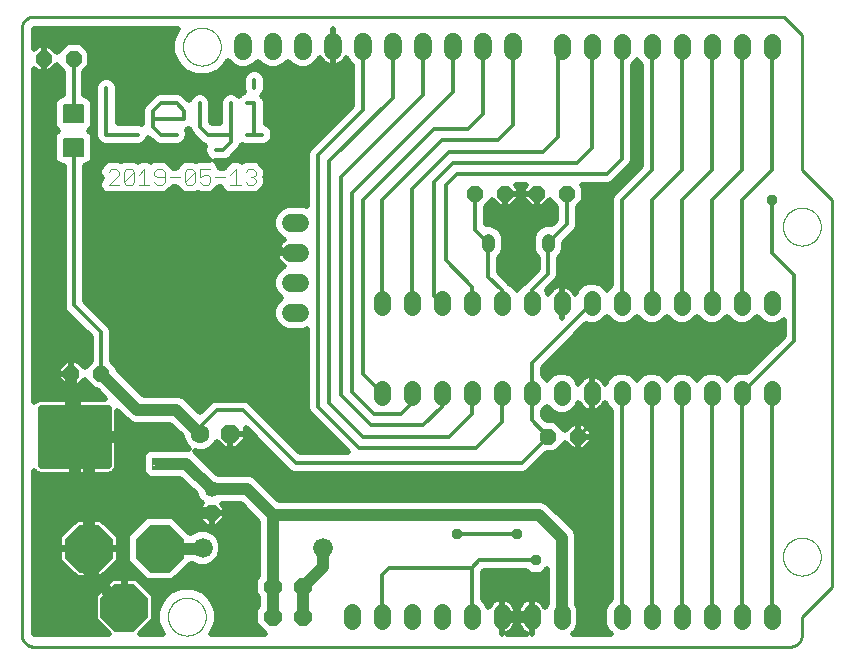
<source format=gtl>
G75*
%MOIN*%
%OFA0B0*%
%FSLAX25Y25*%
%IPPOS*%
%LPD*%
%AMOC8*
5,1,8,0,0,1.08239X$1,22.5*
%
%ADD10C,0.01000*%
%ADD11C,0.00000*%
%ADD12C,0.01400*%
%ADD13C,0.00400*%
%ADD14C,0.05600*%
%ADD15OC8,0.15748*%
%ADD16C,0.07677*%
%ADD17C,0.04400*%
%ADD18OC8,0.05200*%
%ADD19C,0.00630*%
%ADD20OC8,0.06300*%
%ADD21C,0.06300*%
%ADD22C,0.05200*%
%ADD23C,0.06600*%
%ADD24C,0.06000*%
%ADD25OC8,0.06000*%
%ADD26C,0.01913*%
%ADD27C,0.00394*%
%ADD28C,0.04000*%
%ADD29C,0.01200*%
%ADD30OC8,0.03575*%
%ADD31C,0.02000*%
D10*
X0090480Y0009437D02*
X0090480Y0211563D01*
X0090482Y0211687D01*
X0090488Y0211810D01*
X0090497Y0211934D01*
X0090511Y0212056D01*
X0090528Y0212179D01*
X0090550Y0212301D01*
X0090575Y0212422D01*
X0090604Y0212542D01*
X0090636Y0212661D01*
X0090673Y0212780D01*
X0090713Y0212897D01*
X0090756Y0213012D01*
X0090804Y0213127D01*
X0090855Y0213239D01*
X0090909Y0213350D01*
X0090967Y0213460D01*
X0091028Y0213567D01*
X0091093Y0213673D01*
X0091161Y0213776D01*
X0091232Y0213877D01*
X0091306Y0213976D01*
X0091383Y0214073D01*
X0091464Y0214167D01*
X0091547Y0214258D01*
X0091633Y0214347D01*
X0091722Y0214433D01*
X0091813Y0214516D01*
X0091907Y0214597D01*
X0092004Y0214674D01*
X0092103Y0214748D01*
X0092204Y0214819D01*
X0092307Y0214887D01*
X0092413Y0214952D01*
X0092520Y0215013D01*
X0092630Y0215071D01*
X0092741Y0215125D01*
X0092853Y0215176D01*
X0092968Y0215224D01*
X0093083Y0215267D01*
X0093200Y0215307D01*
X0093319Y0215344D01*
X0093438Y0215376D01*
X0093558Y0215405D01*
X0093679Y0215430D01*
X0093801Y0215452D01*
X0093924Y0215469D01*
X0094046Y0215483D01*
X0094170Y0215492D01*
X0094293Y0215498D01*
X0094417Y0215500D01*
X0344480Y0215500D01*
X0350480Y0209500D01*
X0350480Y0164500D01*
X0360480Y0154500D01*
X0360480Y0025500D01*
X0350480Y0015500D01*
X0350480Y0009437D01*
X0350478Y0009313D01*
X0350472Y0009190D01*
X0350463Y0009066D01*
X0350449Y0008944D01*
X0350432Y0008821D01*
X0350410Y0008699D01*
X0350385Y0008578D01*
X0350356Y0008458D01*
X0350324Y0008339D01*
X0350287Y0008220D01*
X0350247Y0008103D01*
X0350204Y0007988D01*
X0350156Y0007873D01*
X0350105Y0007761D01*
X0350051Y0007650D01*
X0349993Y0007540D01*
X0349932Y0007433D01*
X0349867Y0007327D01*
X0349799Y0007224D01*
X0349728Y0007123D01*
X0349654Y0007024D01*
X0349577Y0006927D01*
X0349496Y0006833D01*
X0349413Y0006742D01*
X0349327Y0006653D01*
X0349238Y0006567D01*
X0349147Y0006484D01*
X0349053Y0006403D01*
X0348956Y0006326D01*
X0348857Y0006252D01*
X0348756Y0006181D01*
X0348653Y0006113D01*
X0348547Y0006048D01*
X0348440Y0005987D01*
X0348330Y0005929D01*
X0348219Y0005875D01*
X0348107Y0005824D01*
X0347992Y0005776D01*
X0347877Y0005733D01*
X0347760Y0005693D01*
X0347641Y0005656D01*
X0347522Y0005624D01*
X0347402Y0005595D01*
X0347281Y0005570D01*
X0347159Y0005548D01*
X0347036Y0005531D01*
X0346914Y0005517D01*
X0346790Y0005508D01*
X0346667Y0005502D01*
X0346543Y0005500D01*
X0094417Y0005500D01*
X0094293Y0005502D01*
X0094170Y0005508D01*
X0094046Y0005517D01*
X0093924Y0005531D01*
X0093801Y0005548D01*
X0093679Y0005570D01*
X0093558Y0005595D01*
X0093438Y0005624D01*
X0093319Y0005656D01*
X0093200Y0005693D01*
X0093083Y0005733D01*
X0092968Y0005776D01*
X0092853Y0005824D01*
X0092741Y0005875D01*
X0092630Y0005929D01*
X0092520Y0005987D01*
X0092413Y0006048D01*
X0092307Y0006113D01*
X0092204Y0006181D01*
X0092103Y0006252D01*
X0092004Y0006326D01*
X0091907Y0006403D01*
X0091813Y0006484D01*
X0091722Y0006567D01*
X0091633Y0006653D01*
X0091547Y0006742D01*
X0091464Y0006833D01*
X0091383Y0006927D01*
X0091306Y0007024D01*
X0091232Y0007123D01*
X0091161Y0007224D01*
X0091093Y0007327D01*
X0091028Y0007433D01*
X0090967Y0007540D01*
X0090909Y0007650D01*
X0090855Y0007761D01*
X0090804Y0007873D01*
X0090756Y0007988D01*
X0090713Y0008103D01*
X0090673Y0008220D01*
X0090636Y0008339D01*
X0090604Y0008458D01*
X0090575Y0008578D01*
X0090550Y0008699D01*
X0090528Y0008821D01*
X0090511Y0008944D01*
X0090497Y0009066D01*
X0090488Y0009190D01*
X0090482Y0009313D01*
X0090480Y0009437D01*
D11*
X0139181Y0015500D02*
X0139183Y0015658D01*
X0139189Y0015816D01*
X0139199Y0015974D01*
X0139213Y0016132D01*
X0139231Y0016289D01*
X0139252Y0016446D01*
X0139278Y0016602D01*
X0139308Y0016758D01*
X0139341Y0016913D01*
X0139379Y0017066D01*
X0139420Y0017219D01*
X0139465Y0017371D01*
X0139514Y0017522D01*
X0139567Y0017671D01*
X0139623Y0017819D01*
X0139683Y0017965D01*
X0139747Y0018110D01*
X0139815Y0018253D01*
X0139886Y0018395D01*
X0139960Y0018535D01*
X0140038Y0018672D01*
X0140120Y0018808D01*
X0140204Y0018942D01*
X0140293Y0019073D01*
X0140384Y0019202D01*
X0140479Y0019329D01*
X0140576Y0019454D01*
X0140677Y0019576D01*
X0140781Y0019695D01*
X0140888Y0019812D01*
X0140998Y0019926D01*
X0141111Y0020037D01*
X0141226Y0020146D01*
X0141344Y0020251D01*
X0141465Y0020353D01*
X0141588Y0020453D01*
X0141714Y0020549D01*
X0141842Y0020642D01*
X0141972Y0020732D01*
X0142105Y0020818D01*
X0142240Y0020902D01*
X0142376Y0020981D01*
X0142515Y0021058D01*
X0142656Y0021130D01*
X0142798Y0021200D01*
X0142942Y0021265D01*
X0143088Y0021327D01*
X0143235Y0021385D01*
X0143384Y0021440D01*
X0143534Y0021491D01*
X0143685Y0021538D01*
X0143837Y0021581D01*
X0143990Y0021620D01*
X0144145Y0021656D01*
X0144300Y0021687D01*
X0144456Y0021715D01*
X0144612Y0021739D01*
X0144769Y0021759D01*
X0144927Y0021775D01*
X0145084Y0021787D01*
X0145243Y0021795D01*
X0145401Y0021799D01*
X0145559Y0021799D01*
X0145717Y0021795D01*
X0145876Y0021787D01*
X0146033Y0021775D01*
X0146191Y0021759D01*
X0146348Y0021739D01*
X0146504Y0021715D01*
X0146660Y0021687D01*
X0146815Y0021656D01*
X0146970Y0021620D01*
X0147123Y0021581D01*
X0147275Y0021538D01*
X0147426Y0021491D01*
X0147576Y0021440D01*
X0147725Y0021385D01*
X0147872Y0021327D01*
X0148018Y0021265D01*
X0148162Y0021200D01*
X0148304Y0021130D01*
X0148445Y0021058D01*
X0148584Y0020981D01*
X0148720Y0020902D01*
X0148855Y0020818D01*
X0148988Y0020732D01*
X0149118Y0020642D01*
X0149246Y0020549D01*
X0149372Y0020453D01*
X0149495Y0020353D01*
X0149616Y0020251D01*
X0149734Y0020146D01*
X0149849Y0020037D01*
X0149962Y0019926D01*
X0150072Y0019812D01*
X0150179Y0019695D01*
X0150283Y0019576D01*
X0150384Y0019454D01*
X0150481Y0019329D01*
X0150576Y0019202D01*
X0150667Y0019073D01*
X0150756Y0018942D01*
X0150840Y0018808D01*
X0150922Y0018672D01*
X0151000Y0018535D01*
X0151074Y0018395D01*
X0151145Y0018253D01*
X0151213Y0018110D01*
X0151277Y0017965D01*
X0151337Y0017819D01*
X0151393Y0017671D01*
X0151446Y0017522D01*
X0151495Y0017371D01*
X0151540Y0017219D01*
X0151581Y0017066D01*
X0151619Y0016913D01*
X0151652Y0016758D01*
X0151682Y0016602D01*
X0151708Y0016446D01*
X0151729Y0016289D01*
X0151747Y0016132D01*
X0151761Y0015974D01*
X0151771Y0015816D01*
X0151777Y0015658D01*
X0151779Y0015500D01*
X0151777Y0015342D01*
X0151771Y0015184D01*
X0151761Y0015026D01*
X0151747Y0014868D01*
X0151729Y0014711D01*
X0151708Y0014554D01*
X0151682Y0014398D01*
X0151652Y0014242D01*
X0151619Y0014087D01*
X0151581Y0013934D01*
X0151540Y0013781D01*
X0151495Y0013629D01*
X0151446Y0013478D01*
X0151393Y0013329D01*
X0151337Y0013181D01*
X0151277Y0013035D01*
X0151213Y0012890D01*
X0151145Y0012747D01*
X0151074Y0012605D01*
X0151000Y0012465D01*
X0150922Y0012328D01*
X0150840Y0012192D01*
X0150756Y0012058D01*
X0150667Y0011927D01*
X0150576Y0011798D01*
X0150481Y0011671D01*
X0150384Y0011546D01*
X0150283Y0011424D01*
X0150179Y0011305D01*
X0150072Y0011188D01*
X0149962Y0011074D01*
X0149849Y0010963D01*
X0149734Y0010854D01*
X0149616Y0010749D01*
X0149495Y0010647D01*
X0149372Y0010547D01*
X0149246Y0010451D01*
X0149118Y0010358D01*
X0148988Y0010268D01*
X0148855Y0010182D01*
X0148720Y0010098D01*
X0148584Y0010019D01*
X0148445Y0009942D01*
X0148304Y0009870D01*
X0148162Y0009800D01*
X0148018Y0009735D01*
X0147872Y0009673D01*
X0147725Y0009615D01*
X0147576Y0009560D01*
X0147426Y0009509D01*
X0147275Y0009462D01*
X0147123Y0009419D01*
X0146970Y0009380D01*
X0146815Y0009344D01*
X0146660Y0009313D01*
X0146504Y0009285D01*
X0146348Y0009261D01*
X0146191Y0009241D01*
X0146033Y0009225D01*
X0145876Y0009213D01*
X0145717Y0009205D01*
X0145559Y0009201D01*
X0145401Y0009201D01*
X0145243Y0009205D01*
X0145084Y0009213D01*
X0144927Y0009225D01*
X0144769Y0009241D01*
X0144612Y0009261D01*
X0144456Y0009285D01*
X0144300Y0009313D01*
X0144145Y0009344D01*
X0143990Y0009380D01*
X0143837Y0009419D01*
X0143685Y0009462D01*
X0143534Y0009509D01*
X0143384Y0009560D01*
X0143235Y0009615D01*
X0143088Y0009673D01*
X0142942Y0009735D01*
X0142798Y0009800D01*
X0142656Y0009870D01*
X0142515Y0009942D01*
X0142376Y0010019D01*
X0142240Y0010098D01*
X0142105Y0010182D01*
X0141972Y0010268D01*
X0141842Y0010358D01*
X0141714Y0010451D01*
X0141588Y0010547D01*
X0141465Y0010647D01*
X0141344Y0010749D01*
X0141226Y0010854D01*
X0141111Y0010963D01*
X0140998Y0011074D01*
X0140888Y0011188D01*
X0140781Y0011305D01*
X0140677Y0011424D01*
X0140576Y0011546D01*
X0140479Y0011671D01*
X0140384Y0011798D01*
X0140293Y0011927D01*
X0140204Y0012058D01*
X0140120Y0012192D01*
X0140038Y0012328D01*
X0139960Y0012465D01*
X0139886Y0012605D01*
X0139815Y0012747D01*
X0139747Y0012890D01*
X0139683Y0013035D01*
X0139623Y0013181D01*
X0139567Y0013329D01*
X0139514Y0013478D01*
X0139465Y0013629D01*
X0139420Y0013781D01*
X0139379Y0013934D01*
X0139341Y0014087D01*
X0139308Y0014242D01*
X0139278Y0014398D01*
X0139252Y0014554D01*
X0139231Y0014711D01*
X0139213Y0014868D01*
X0139199Y0015026D01*
X0139189Y0015184D01*
X0139183Y0015342D01*
X0139181Y0015500D01*
X0344181Y0035500D02*
X0344183Y0035658D01*
X0344189Y0035816D01*
X0344199Y0035974D01*
X0344213Y0036132D01*
X0344231Y0036289D01*
X0344252Y0036446D01*
X0344278Y0036602D01*
X0344308Y0036758D01*
X0344341Y0036913D01*
X0344379Y0037066D01*
X0344420Y0037219D01*
X0344465Y0037371D01*
X0344514Y0037522D01*
X0344567Y0037671D01*
X0344623Y0037819D01*
X0344683Y0037965D01*
X0344747Y0038110D01*
X0344815Y0038253D01*
X0344886Y0038395D01*
X0344960Y0038535D01*
X0345038Y0038672D01*
X0345120Y0038808D01*
X0345204Y0038942D01*
X0345293Y0039073D01*
X0345384Y0039202D01*
X0345479Y0039329D01*
X0345576Y0039454D01*
X0345677Y0039576D01*
X0345781Y0039695D01*
X0345888Y0039812D01*
X0345998Y0039926D01*
X0346111Y0040037D01*
X0346226Y0040146D01*
X0346344Y0040251D01*
X0346465Y0040353D01*
X0346588Y0040453D01*
X0346714Y0040549D01*
X0346842Y0040642D01*
X0346972Y0040732D01*
X0347105Y0040818D01*
X0347240Y0040902D01*
X0347376Y0040981D01*
X0347515Y0041058D01*
X0347656Y0041130D01*
X0347798Y0041200D01*
X0347942Y0041265D01*
X0348088Y0041327D01*
X0348235Y0041385D01*
X0348384Y0041440D01*
X0348534Y0041491D01*
X0348685Y0041538D01*
X0348837Y0041581D01*
X0348990Y0041620D01*
X0349145Y0041656D01*
X0349300Y0041687D01*
X0349456Y0041715D01*
X0349612Y0041739D01*
X0349769Y0041759D01*
X0349927Y0041775D01*
X0350084Y0041787D01*
X0350243Y0041795D01*
X0350401Y0041799D01*
X0350559Y0041799D01*
X0350717Y0041795D01*
X0350876Y0041787D01*
X0351033Y0041775D01*
X0351191Y0041759D01*
X0351348Y0041739D01*
X0351504Y0041715D01*
X0351660Y0041687D01*
X0351815Y0041656D01*
X0351970Y0041620D01*
X0352123Y0041581D01*
X0352275Y0041538D01*
X0352426Y0041491D01*
X0352576Y0041440D01*
X0352725Y0041385D01*
X0352872Y0041327D01*
X0353018Y0041265D01*
X0353162Y0041200D01*
X0353304Y0041130D01*
X0353445Y0041058D01*
X0353584Y0040981D01*
X0353720Y0040902D01*
X0353855Y0040818D01*
X0353988Y0040732D01*
X0354118Y0040642D01*
X0354246Y0040549D01*
X0354372Y0040453D01*
X0354495Y0040353D01*
X0354616Y0040251D01*
X0354734Y0040146D01*
X0354849Y0040037D01*
X0354962Y0039926D01*
X0355072Y0039812D01*
X0355179Y0039695D01*
X0355283Y0039576D01*
X0355384Y0039454D01*
X0355481Y0039329D01*
X0355576Y0039202D01*
X0355667Y0039073D01*
X0355756Y0038942D01*
X0355840Y0038808D01*
X0355922Y0038672D01*
X0356000Y0038535D01*
X0356074Y0038395D01*
X0356145Y0038253D01*
X0356213Y0038110D01*
X0356277Y0037965D01*
X0356337Y0037819D01*
X0356393Y0037671D01*
X0356446Y0037522D01*
X0356495Y0037371D01*
X0356540Y0037219D01*
X0356581Y0037066D01*
X0356619Y0036913D01*
X0356652Y0036758D01*
X0356682Y0036602D01*
X0356708Y0036446D01*
X0356729Y0036289D01*
X0356747Y0036132D01*
X0356761Y0035974D01*
X0356771Y0035816D01*
X0356777Y0035658D01*
X0356779Y0035500D01*
X0356777Y0035342D01*
X0356771Y0035184D01*
X0356761Y0035026D01*
X0356747Y0034868D01*
X0356729Y0034711D01*
X0356708Y0034554D01*
X0356682Y0034398D01*
X0356652Y0034242D01*
X0356619Y0034087D01*
X0356581Y0033934D01*
X0356540Y0033781D01*
X0356495Y0033629D01*
X0356446Y0033478D01*
X0356393Y0033329D01*
X0356337Y0033181D01*
X0356277Y0033035D01*
X0356213Y0032890D01*
X0356145Y0032747D01*
X0356074Y0032605D01*
X0356000Y0032465D01*
X0355922Y0032328D01*
X0355840Y0032192D01*
X0355756Y0032058D01*
X0355667Y0031927D01*
X0355576Y0031798D01*
X0355481Y0031671D01*
X0355384Y0031546D01*
X0355283Y0031424D01*
X0355179Y0031305D01*
X0355072Y0031188D01*
X0354962Y0031074D01*
X0354849Y0030963D01*
X0354734Y0030854D01*
X0354616Y0030749D01*
X0354495Y0030647D01*
X0354372Y0030547D01*
X0354246Y0030451D01*
X0354118Y0030358D01*
X0353988Y0030268D01*
X0353855Y0030182D01*
X0353720Y0030098D01*
X0353584Y0030019D01*
X0353445Y0029942D01*
X0353304Y0029870D01*
X0353162Y0029800D01*
X0353018Y0029735D01*
X0352872Y0029673D01*
X0352725Y0029615D01*
X0352576Y0029560D01*
X0352426Y0029509D01*
X0352275Y0029462D01*
X0352123Y0029419D01*
X0351970Y0029380D01*
X0351815Y0029344D01*
X0351660Y0029313D01*
X0351504Y0029285D01*
X0351348Y0029261D01*
X0351191Y0029241D01*
X0351033Y0029225D01*
X0350876Y0029213D01*
X0350717Y0029205D01*
X0350559Y0029201D01*
X0350401Y0029201D01*
X0350243Y0029205D01*
X0350084Y0029213D01*
X0349927Y0029225D01*
X0349769Y0029241D01*
X0349612Y0029261D01*
X0349456Y0029285D01*
X0349300Y0029313D01*
X0349145Y0029344D01*
X0348990Y0029380D01*
X0348837Y0029419D01*
X0348685Y0029462D01*
X0348534Y0029509D01*
X0348384Y0029560D01*
X0348235Y0029615D01*
X0348088Y0029673D01*
X0347942Y0029735D01*
X0347798Y0029800D01*
X0347656Y0029870D01*
X0347515Y0029942D01*
X0347376Y0030019D01*
X0347240Y0030098D01*
X0347105Y0030182D01*
X0346972Y0030268D01*
X0346842Y0030358D01*
X0346714Y0030451D01*
X0346588Y0030547D01*
X0346465Y0030647D01*
X0346344Y0030749D01*
X0346226Y0030854D01*
X0346111Y0030963D01*
X0345998Y0031074D01*
X0345888Y0031188D01*
X0345781Y0031305D01*
X0345677Y0031424D01*
X0345576Y0031546D01*
X0345479Y0031671D01*
X0345384Y0031798D01*
X0345293Y0031927D01*
X0345204Y0032058D01*
X0345120Y0032192D01*
X0345038Y0032328D01*
X0344960Y0032465D01*
X0344886Y0032605D01*
X0344815Y0032747D01*
X0344747Y0032890D01*
X0344683Y0033035D01*
X0344623Y0033181D01*
X0344567Y0033329D01*
X0344514Y0033478D01*
X0344465Y0033629D01*
X0344420Y0033781D01*
X0344379Y0033934D01*
X0344341Y0034087D01*
X0344308Y0034242D01*
X0344278Y0034398D01*
X0344252Y0034554D01*
X0344231Y0034711D01*
X0344213Y0034868D01*
X0344199Y0035026D01*
X0344189Y0035184D01*
X0344183Y0035342D01*
X0344181Y0035500D01*
X0344181Y0145500D02*
X0344183Y0145658D01*
X0344189Y0145816D01*
X0344199Y0145974D01*
X0344213Y0146132D01*
X0344231Y0146289D01*
X0344252Y0146446D01*
X0344278Y0146602D01*
X0344308Y0146758D01*
X0344341Y0146913D01*
X0344379Y0147066D01*
X0344420Y0147219D01*
X0344465Y0147371D01*
X0344514Y0147522D01*
X0344567Y0147671D01*
X0344623Y0147819D01*
X0344683Y0147965D01*
X0344747Y0148110D01*
X0344815Y0148253D01*
X0344886Y0148395D01*
X0344960Y0148535D01*
X0345038Y0148672D01*
X0345120Y0148808D01*
X0345204Y0148942D01*
X0345293Y0149073D01*
X0345384Y0149202D01*
X0345479Y0149329D01*
X0345576Y0149454D01*
X0345677Y0149576D01*
X0345781Y0149695D01*
X0345888Y0149812D01*
X0345998Y0149926D01*
X0346111Y0150037D01*
X0346226Y0150146D01*
X0346344Y0150251D01*
X0346465Y0150353D01*
X0346588Y0150453D01*
X0346714Y0150549D01*
X0346842Y0150642D01*
X0346972Y0150732D01*
X0347105Y0150818D01*
X0347240Y0150902D01*
X0347376Y0150981D01*
X0347515Y0151058D01*
X0347656Y0151130D01*
X0347798Y0151200D01*
X0347942Y0151265D01*
X0348088Y0151327D01*
X0348235Y0151385D01*
X0348384Y0151440D01*
X0348534Y0151491D01*
X0348685Y0151538D01*
X0348837Y0151581D01*
X0348990Y0151620D01*
X0349145Y0151656D01*
X0349300Y0151687D01*
X0349456Y0151715D01*
X0349612Y0151739D01*
X0349769Y0151759D01*
X0349927Y0151775D01*
X0350084Y0151787D01*
X0350243Y0151795D01*
X0350401Y0151799D01*
X0350559Y0151799D01*
X0350717Y0151795D01*
X0350876Y0151787D01*
X0351033Y0151775D01*
X0351191Y0151759D01*
X0351348Y0151739D01*
X0351504Y0151715D01*
X0351660Y0151687D01*
X0351815Y0151656D01*
X0351970Y0151620D01*
X0352123Y0151581D01*
X0352275Y0151538D01*
X0352426Y0151491D01*
X0352576Y0151440D01*
X0352725Y0151385D01*
X0352872Y0151327D01*
X0353018Y0151265D01*
X0353162Y0151200D01*
X0353304Y0151130D01*
X0353445Y0151058D01*
X0353584Y0150981D01*
X0353720Y0150902D01*
X0353855Y0150818D01*
X0353988Y0150732D01*
X0354118Y0150642D01*
X0354246Y0150549D01*
X0354372Y0150453D01*
X0354495Y0150353D01*
X0354616Y0150251D01*
X0354734Y0150146D01*
X0354849Y0150037D01*
X0354962Y0149926D01*
X0355072Y0149812D01*
X0355179Y0149695D01*
X0355283Y0149576D01*
X0355384Y0149454D01*
X0355481Y0149329D01*
X0355576Y0149202D01*
X0355667Y0149073D01*
X0355756Y0148942D01*
X0355840Y0148808D01*
X0355922Y0148672D01*
X0356000Y0148535D01*
X0356074Y0148395D01*
X0356145Y0148253D01*
X0356213Y0148110D01*
X0356277Y0147965D01*
X0356337Y0147819D01*
X0356393Y0147671D01*
X0356446Y0147522D01*
X0356495Y0147371D01*
X0356540Y0147219D01*
X0356581Y0147066D01*
X0356619Y0146913D01*
X0356652Y0146758D01*
X0356682Y0146602D01*
X0356708Y0146446D01*
X0356729Y0146289D01*
X0356747Y0146132D01*
X0356761Y0145974D01*
X0356771Y0145816D01*
X0356777Y0145658D01*
X0356779Y0145500D01*
X0356777Y0145342D01*
X0356771Y0145184D01*
X0356761Y0145026D01*
X0356747Y0144868D01*
X0356729Y0144711D01*
X0356708Y0144554D01*
X0356682Y0144398D01*
X0356652Y0144242D01*
X0356619Y0144087D01*
X0356581Y0143934D01*
X0356540Y0143781D01*
X0356495Y0143629D01*
X0356446Y0143478D01*
X0356393Y0143329D01*
X0356337Y0143181D01*
X0356277Y0143035D01*
X0356213Y0142890D01*
X0356145Y0142747D01*
X0356074Y0142605D01*
X0356000Y0142465D01*
X0355922Y0142328D01*
X0355840Y0142192D01*
X0355756Y0142058D01*
X0355667Y0141927D01*
X0355576Y0141798D01*
X0355481Y0141671D01*
X0355384Y0141546D01*
X0355283Y0141424D01*
X0355179Y0141305D01*
X0355072Y0141188D01*
X0354962Y0141074D01*
X0354849Y0140963D01*
X0354734Y0140854D01*
X0354616Y0140749D01*
X0354495Y0140647D01*
X0354372Y0140547D01*
X0354246Y0140451D01*
X0354118Y0140358D01*
X0353988Y0140268D01*
X0353855Y0140182D01*
X0353720Y0140098D01*
X0353584Y0140019D01*
X0353445Y0139942D01*
X0353304Y0139870D01*
X0353162Y0139800D01*
X0353018Y0139735D01*
X0352872Y0139673D01*
X0352725Y0139615D01*
X0352576Y0139560D01*
X0352426Y0139509D01*
X0352275Y0139462D01*
X0352123Y0139419D01*
X0351970Y0139380D01*
X0351815Y0139344D01*
X0351660Y0139313D01*
X0351504Y0139285D01*
X0351348Y0139261D01*
X0351191Y0139241D01*
X0351033Y0139225D01*
X0350876Y0139213D01*
X0350717Y0139205D01*
X0350559Y0139201D01*
X0350401Y0139201D01*
X0350243Y0139205D01*
X0350084Y0139213D01*
X0349927Y0139225D01*
X0349769Y0139241D01*
X0349612Y0139261D01*
X0349456Y0139285D01*
X0349300Y0139313D01*
X0349145Y0139344D01*
X0348990Y0139380D01*
X0348837Y0139419D01*
X0348685Y0139462D01*
X0348534Y0139509D01*
X0348384Y0139560D01*
X0348235Y0139615D01*
X0348088Y0139673D01*
X0347942Y0139735D01*
X0347798Y0139800D01*
X0347656Y0139870D01*
X0347515Y0139942D01*
X0347376Y0140019D01*
X0347240Y0140098D01*
X0347105Y0140182D01*
X0346972Y0140268D01*
X0346842Y0140358D01*
X0346714Y0140451D01*
X0346588Y0140547D01*
X0346465Y0140647D01*
X0346344Y0140749D01*
X0346226Y0140854D01*
X0346111Y0140963D01*
X0345998Y0141074D01*
X0345888Y0141188D01*
X0345781Y0141305D01*
X0345677Y0141424D01*
X0345576Y0141546D01*
X0345479Y0141671D01*
X0345384Y0141798D01*
X0345293Y0141927D01*
X0345204Y0142058D01*
X0345120Y0142192D01*
X0345038Y0142328D01*
X0344960Y0142465D01*
X0344886Y0142605D01*
X0344815Y0142747D01*
X0344747Y0142890D01*
X0344683Y0143035D01*
X0344623Y0143181D01*
X0344567Y0143329D01*
X0344514Y0143478D01*
X0344465Y0143629D01*
X0344420Y0143781D01*
X0344379Y0143934D01*
X0344341Y0144087D01*
X0344308Y0144242D01*
X0344278Y0144398D01*
X0344252Y0144554D01*
X0344231Y0144711D01*
X0344213Y0144868D01*
X0344199Y0145026D01*
X0344189Y0145184D01*
X0344183Y0145342D01*
X0344181Y0145500D01*
X0144181Y0205500D02*
X0144183Y0205658D01*
X0144189Y0205816D01*
X0144199Y0205974D01*
X0144213Y0206132D01*
X0144231Y0206289D01*
X0144252Y0206446D01*
X0144278Y0206602D01*
X0144308Y0206758D01*
X0144341Y0206913D01*
X0144379Y0207066D01*
X0144420Y0207219D01*
X0144465Y0207371D01*
X0144514Y0207522D01*
X0144567Y0207671D01*
X0144623Y0207819D01*
X0144683Y0207965D01*
X0144747Y0208110D01*
X0144815Y0208253D01*
X0144886Y0208395D01*
X0144960Y0208535D01*
X0145038Y0208672D01*
X0145120Y0208808D01*
X0145204Y0208942D01*
X0145293Y0209073D01*
X0145384Y0209202D01*
X0145479Y0209329D01*
X0145576Y0209454D01*
X0145677Y0209576D01*
X0145781Y0209695D01*
X0145888Y0209812D01*
X0145998Y0209926D01*
X0146111Y0210037D01*
X0146226Y0210146D01*
X0146344Y0210251D01*
X0146465Y0210353D01*
X0146588Y0210453D01*
X0146714Y0210549D01*
X0146842Y0210642D01*
X0146972Y0210732D01*
X0147105Y0210818D01*
X0147240Y0210902D01*
X0147376Y0210981D01*
X0147515Y0211058D01*
X0147656Y0211130D01*
X0147798Y0211200D01*
X0147942Y0211265D01*
X0148088Y0211327D01*
X0148235Y0211385D01*
X0148384Y0211440D01*
X0148534Y0211491D01*
X0148685Y0211538D01*
X0148837Y0211581D01*
X0148990Y0211620D01*
X0149145Y0211656D01*
X0149300Y0211687D01*
X0149456Y0211715D01*
X0149612Y0211739D01*
X0149769Y0211759D01*
X0149927Y0211775D01*
X0150084Y0211787D01*
X0150243Y0211795D01*
X0150401Y0211799D01*
X0150559Y0211799D01*
X0150717Y0211795D01*
X0150876Y0211787D01*
X0151033Y0211775D01*
X0151191Y0211759D01*
X0151348Y0211739D01*
X0151504Y0211715D01*
X0151660Y0211687D01*
X0151815Y0211656D01*
X0151970Y0211620D01*
X0152123Y0211581D01*
X0152275Y0211538D01*
X0152426Y0211491D01*
X0152576Y0211440D01*
X0152725Y0211385D01*
X0152872Y0211327D01*
X0153018Y0211265D01*
X0153162Y0211200D01*
X0153304Y0211130D01*
X0153445Y0211058D01*
X0153584Y0210981D01*
X0153720Y0210902D01*
X0153855Y0210818D01*
X0153988Y0210732D01*
X0154118Y0210642D01*
X0154246Y0210549D01*
X0154372Y0210453D01*
X0154495Y0210353D01*
X0154616Y0210251D01*
X0154734Y0210146D01*
X0154849Y0210037D01*
X0154962Y0209926D01*
X0155072Y0209812D01*
X0155179Y0209695D01*
X0155283Y0209576D01*
X0155384Y0209454D01*
X0155481Y0209329D01*
X0155576Y0209202D01*
X0155667Y0209073D01*
X0155756Y0208942D01*
X0155840Y0208808D01*
X0155922Y0208672D01*
X0156000Y0208535D01*
X0156074Y0208395D01*
X0156145Y0208253D01*
X0156213Y0208110D01*
X0156277Y0207965D01*
X0156337Y0207819D01*
X0156393Y0207671D01*
X0156446Y0207522D01*
X0156495Y0207371D01*
X0156540Y0207219D01*
X0156581Y0207066D01*
X0156619Y0206913D01*
X0156652Y0206758D01*
X0156682Y0206602D01*
X0156708Y0206446D01*
X0156729Y0206289D01*
X0156747Y0206132D01*
X0156761Y0205974D01*
X0156771Y0205816D01*
X0156777Y0205658D01*
X0156779Y0205500D01*
X0156777Y0205342D01*
X0156771Y0205184D01*
X0156761Y0205026D01*
X0156747Y0204868D01*
X0156729Y0204711D01*
X0156708Y0204554D01*
X0156682Y0204398D01*
X0156652Y0204242D01*
X0156619Y0204087D01*
X0156581Y0203934D01*
X0156540Y0203781D01*
X0156495Y0203629D01*
X0156446Y0203478D01*
X0156393Y0203329D01*
X0156337Y0203181D01*
X0156277Y0203035D01*
X0156213Y0202890D01*
X0156145Y0202747D01*
X0156074Y0202605D01*
X0156000Y0202465D01*
X0155922Y0202328D01*
X0155840Y0202192D01*
X0155756Y0202058D01*
X0155667Y0201927D01*
X0155576Y0201798D01*
X0155481Y0201671D01*
X0155384Y0201546D01*
X0155283Y0201424D01*
X0155179Y0201305D01*
X0155072Y0201188D01*
X0154962Y0201074D01*
X0154849Y0200963D01*
X0154734Y0200854D01*
X0154616Y0200749D01*
X0154495Y0200647D01*
X0154372Y0200547D01*
X0154246Y0200451D01*
X0154118Y0200358D01*
X0153988Y0200268D01*
X0153855Y0200182D01*
X0153720Y0200098D01*
X0153584Y0200019D01*
X0153445Y0199942D01*
X0153304Y0199870D01*
X0153162Y0199800D01*
X0153018Y0199735D01*
X0152872Y0199673D01*
X0152725Y0199615D01*
X0152576Y0199560D01*
X0152426Y0199509D01*
X0152275Y0199462D01*
X0152123Y0199419D01*
X0151970Y0199380D01*
X0151815Y0199344D01*
X0151660Y0199313D01*
X0151504Y0199285D01*
X0151348Y0199261D01*
X0151191Y0199241D01*
X0151033Y0199225D01*
X0150876Y0199213D01*
X0150717Y0199205D01*
X0150559Y0199201D01*
X0150401Y0199201D01*
X0150243Y0199205D01*
X0150084Y0199213D01*
X0149927Y0199225D01*
X0149769Y0199241D01*
X0149612Y0199261D01*
X0149456Y0199285D01*
X0149300Y0199313D01*
X0149145Y0199344D01*
X0148990Y0199380D01*
X0148837Y0199419D01*
X0148685Y0199462D01*
X0148534Y0199509D01*
X0148384Y0199560D01*
X0148235Y0199615D01*
X0148088Y0199673D01*
X0147942Y0199735D01*
X0147798Y0199800D01*
X0147656Y0199870D01*
X0147515Y0199942D01*
X0147376Y0200019D01*
X0147240Y0200098D01*
X0147105Y0200182D01*
X0146972Y0200268D01*
X0146842Y0200358D01*
X0146714Y0200451D01*
X0146588Y0200547D01*
X0146465Y0200647D01*
X0146344Y0200749D01*
X0146226Y0200854D01*
X0146111Y0200963D01*
X0145998Y0201074D01*
X0145888Y0201188D01*
X0145781Y0201305D01*
X0145677Y0201424D01*
X0145576Y0201546D01*
X0145479Y0201671D01*
X0145384Y0201798D01*
X0145293Y0201927D01*
X0145204Y0202058D01*
X0145120Y0202192D01*
X0145038Y0202328D01*
X0144960Y0202465D01*
X0144886Y0202605D01*
X0144815Y0202747D01*
X0144747Y0202890D01*
X0144683Y0203035D01*
X0144623Y0203181D01*
X0144567Y0203329D01*
X0144514Y0203478D01*
X0144465Y0203629D01*
X0144420Y0203781D01*
X0144379Y0203934D01*
X0144341Y0204087D01*
X0144308Y0204242D01*
X0144278Y0204398D01*
X0144252Y0204554D01*
X0144231Y0204711D01*
X0144213Y0204868D01*
X0144199Y0205026D01*
X0144189Y0205184D01*
X0144183Y0205342D01*
X0144181Y0205500D01*
D12*
X0168035Y0194333D02*
X0168035Y0191742D01*
X0168035Y0186562D02*
X0165445Y0186562D01*
X0168035Y0186562D02*
X0168035Y0176200D01*
X0165445Y0176200D02*
X0170626Y0176200D01*
X0160218Y0176200D02*
X0152447Y0176200D01*
X0149857Y0178790D01*
X0149857Y0186562D01*
X0144630Y0183971D02*
X0144630Y0181381D01*
X0134269Y0181381D01*
X0134269Y0183971D02*
X0136859Y0186562D01*
X0142040Y0186562D01*
X0144630Y0183971D01*
X0134269Y0183971D02*
X0134269Y0178790D01*
X0136859Y0176200D01*
X0142040Y0176200D01*
X0155037Y0171019D02*
X0157628Y0171019D01*
X0160218Y0173610D01*
X0160218Y0186562D01*
X0129042Y0176200D02*
X0118680Y0176200D01*
X0118680Y0191742D01*
D13*
X0120283Y0164566D02*
X0119430Y0163713D01*
X0120283Y0164566D02*
X0121989Y0164566D01*
X0122841Y0163713D01*
X0122841Y0162861D01*
X0119430Y0159450D01*
X0122841Y0159450D01*
X0124506Y0160303D02*
X0127916Y0163713D01*
X0127916Y0160303D01*
X0127064Y0159450D01*
X0125358Y0159450D01*
X0124506Y0160303D01*
X0124506Y0163713D01*
X0125358Y0164566D01*
X0127064Y0164566D01*
X0127916Y0163713D01*
X0129581Y0162861D02*
X0131286Y0164566D01*
X0131286Y0159450D01*
X0129581Y0159450D02*
X0132992Y0159450D01*
X0134656Y0160303D02*
X0135509Y0159450D01*
X0137214Y0159450D01*
X0138067Y0160303D01*
X0138067Y0163713D01*
X0137214Y0164566D01*
X0135509Y0164566D01*
X0134656Y0163713D01*
X0134656Y0162861D01*
X0135509Y0162008D01*
X0138067Y0162008D01*
X0139731Y0162008D02*
X0143142Y0162008D01*
X0144806Y0160303D02*
X0148217Y0163713D01*
X0148217Y0160303D01*
X0147364Y0159450D01*
X0145659Y0159450D01*
X0144806Y0160303D01*
X0144806Y0163713D01*
X0145659Y0164566D01*
X0147364Y0164566D01*
X0148217Y0163713D01*
X0149882Y0164566D02*
X0149882Y0162008D01*
X0151587Y0162861D01*
X0152440Y0162861D01*
X0153292Y0162008D01*
X0153292Y0160303D01*
X0152440Y0159450D01*
X0150734Y0159450D01*
X0149882Y0160303D01*
X0154957Y0162008D02*
X0158368Y0162008D01*
X0160032Y0162861D02*
X0161737Y0164566D01*
X0161737Y0159450D01*
X0160032Y0159450D02*
X0163443Y0159450D01*
X0165107Y0160303D02*
X0165960Y0159450D01*
X0167665Y0159450D01*
X0168518Y0160303D01*
X0168518Y0161155D01*
X0167665Y0162008D01*
X0166813Y0162008D01*
X0167665Y0162008D02*
X0168518Y0162861D01*
X0168518Y0163713D01*
X0167665Y0164566D01*
X0165960Y0164566D01*
X0165107Y0163713D01*
X0153292Y0164566D02*
X0149882Y0164566D01*
D14*
X0210480Y0121400D02*
X0210480Y0118600D01*
X0220480Y0118600D02*
X0220480Y0121400D01*
X0230480Y0121400D02*
X0230480Y0118600D01*
X0240480Y0118600D02*
X0240480Y0121400D01*
X0250480Y0121400D02*
X0250480Y0118600D01*
X0260480Y0118600D02*
X0260480Y0121400D01*
X0270480Y0121400D02*
X0270480Y0118600D01*
X0280480Y0118600D02*
X0280480Y0121400D01*
X0290480Y0121400D02*
X0290480Y0118600D01*
X0300480Y0118600D02*
X0300480Y0121400D01*
X0310480Y0121400D02*
X0310480Y0118600D01*
X0320480Y0118600D02*
X0320480Y0121400D01*
X0330480Y0121400D02*
X0330480Y0118600D01*
X0340480Y0118600D02*
X0340480Y0121400D01*
X0340480Y0091400D02*
X0340480Y0088600D01*
X0330480Y0088600D02*
X0330480Y0091400D01*
X0320480Y0091400D02*
X0320480Y0088600D01*
X0310480Y0088600D02*
X0310480Y0091400D01*
X0300480Y0091400D02*
X0300480Y0088600D01*
X0290480Y0088600D02*
X0290480Y0091400D01*
X0280480Y0091400D02*
X0280480Y0088600D01*
X0270480Y0088600D02*
X0270480Y0091400D01*
X0260480Y0091400D02*
X0260480Y0088600D01*
X0250480Y0088600D02*
X0250480Y0091400D01*
X0240480Y0091400D02*
X0240480Y0088600D01*
X0230480Y0088600D02*
X0230480Y0091400D01*
X0220480Y0091400D02*
X0220480Y0088600D01*
X0210480Y0088600D02*
X0210480Y0091400D01*
X0210480Y0016900D02*
X0210480Y0014100D01*
X0200480Y0014100D02*
X0200480Y0016900D01*
X0220480Y0016900D02*
X0220480Y0014100D01*
X0230480Y0014100D02*
X0230480Y0016900D01*
X0240480Y0016900D02*
X0240480Y0014100D01*
X0250480Y0014100D02*
X0250480Y0016900D01*
X0260480Y0016900D02*
X0260480Y0014100D01*
X0270480Y0014100D02*
X0270480Y0016900D01*
X0290480Y0016900D02*
X0290480Y0014100D01*
X0300480Y0014100D02*
X0300480Y0016900D01*
X0310480Y0016900D02*
X0310480Y0014100D01*
X0320480Y0014100D02*
X0320480Y0016900D01*
X0330480Y0016900D02*
X0330480Y0014100D01*
X0340480Y0014100D02*
X0340480Y0016900D01*
X0340480Y0204100D02*
X0340480Y0206900D01*
X0330480Y0206900D02*
X0330480Y0204100D01*
X0320480Y0204100D02*
X0320480Y0206900D01*
X0310480Y0206900D02*
X0310480Y0204100D01*
X0300480Y0204100D02*
X0300480Y0206900D01*
X0290480Y0206900D02*
X0290480Y0204100D01*
X0280480Y0204100D02*
X0280480Y0206900D01*
X0270480Y0206900D02*
X0270480Y0204100D01*
D15*
X0136480Y0038200D03*
X0112880Y0038200D03*
X0124680Y0018500D03*
D16*
X0121680Y0018500D03*
X0127680Y0018500D03*
X0136480Y0035200D03*
X0136480Y0041200D03*
X0112880Y0041200D03*
X0112880Y0035200D03*
D17*
X0245980Y0138900D02*
X0245980Y0141100D01*
X0265980Y0141100D02*
X0265980Y0138900D01*
D18*
X0262230Y0156500D03*
X0272230Y0156500D03*
X0251480Y0156500D03*
X0241480Y0156500D03*
X0116980Y0096500D03*
X0106980Y0096500D03*
X0153730Y0050000D03*
X0265980Y0075500D03*
X0275980Y0075500D03*
X0107730Y0201500D03*
X0097730Y0201500D03*
D19*
X0104496Y0185932D02*
X0104496Y0180264D01*
X0104496Y0185932D02*
X0110964Y0185932D01*
X0110964Y0180264D01*
X0104496Y0180264D01*
X0104496Y0180862D02*
X0110964Y0180862D01*
X0110964Y0181460D02*
X0104496Y0181460D01*
X0104496Y0182058D02*
X0110964Y0182058D01*
X0110964Y0182656D02*
X0104496Y0182656D01*
X0104496Y0183254D02*
X0110964Y0183254D01*
X0110964Y0183852D02*
X0104496Y0183852D01*
X0104496Y0184450D02*
X0110964Y0184450D01*
X0110964Y0185048D02*
X0104496Y0185048D01*
X0104496Y0185646D02*
X0110964Y0185646D01*
X0104496Y0174736D02*
X0104496Y0169068D01*
X0104496Y0174736D02*
X0110964Y0174736D01*
X0110964Y0169068D01*
X0104496Y0169068D01*
X0104496Y0169666D02*
X0110964Y0169666D01*
X0110964Y0170264D02*
X0104496Y0170264D01*
X0104496Y0170862D02*
X0110964Y0170862D01*
X0110964Y0171460D02*
X0104496Y0171460D01*
X0104496Y0172058D02*
X0110964Y0172058D01*
X0110964Y0172656D02*
X0104496Y0172656D01*
X0104496Y0173254D02*
X0110964Y0173254D01*
X0110964Y0173852D02*
X0104496Y0173852D01*
X0104496Y0174450D02*
X0110964Y0174450D01*
D20*
X0159980Y0076500D03*
D21*
X0149980Y0076500D03*
D22*
X0153730Y0058000D03*
D23*
X0150730Y0038500D03*
X0190730Y0038500D03*
D24*
X0183230Y0116750D02*
X0180230Y0116750D01*
X0180230Y0126750D02*
X0183230Y0126750D01*
X0183230Y0136750D02*
X0180230Y0136750D01*
X0180230Y0146750D02*
X0183230Y0146750D01*
X0184230Y0204000D02*
X0184230Y0207000D01*
X0174230Y0207000D02*
X0174230Y0204000D01*
X0164230Y0204000D02*
X0164230Y0207000D01*
X0194230Y0207000D02*
X0194230Y0204000D01*
X0204230Y0204000D02*
X0204230Y0207000D01*
X0214230Y0207000D02*
X0214230Y0204000D01*
X0224230Y0204000D02*
X0224230Y0207000D01*
X0234230Y0207000D02*
X0234230Y0204000D01*
X0244230Y0204000D02*
X0244230Y0207000D01*
X0254230Y0207000D02*
X0254230Y0204000D01*
D25*
X0184230Y0025500D03*
X0174230Y0025500D03*
X0174230Y0015500D03*
X0184230Y0015500D03*
D26*
X0119386Y0065826D02*
X0119386Y0085174D01*
X0119386Y0065826D02*
X0096890Y0065826D01*
X0096890Y0085174D01*
X0119386Y0085174D01*
X0119386Y0067643D02*
X0096890Y0067643D01*
X0096890Y0069460D02*
X0119386Y0069460D01*
X0119386Y0071277D02*
X0096890Y0071277D01*
X0096890Y0073094D02*
X0119386Y0073094D01*
X0119386Y0074911D02*
X0096890Y0074911D01*
X0096890Y0076728D02*
X0119386Y0076728D01*
X0119386Y0078545D02*
X0096890Y0078545D01*
X0096890Y0080362D02*
X0119386Y0080362D01*
X0119386Y0082179D02*
X0096890Y0082179D01*
X0096890Y0083996D02*
X0119386Y0083996D01*
D27*
X0139830Y0082705D02*
X0139830Y0086247D01*
X0139830Y0082705D02*
X0133926Y0082705D01*
X0133926Y0086247D01*
X0139830Y0086247D01*
X0139830Y0083079D02*
X0133926Y0083079D01*
X0133926Y0083453D02*
X0139830Y0083453D01*
X0139830Y0083827D02*
X0133926Y0083827D01*
X0133926Y0084201D02*
X0139830Y0084201D01*
X0139830Y0084575D02*
X0133926Y0084575D01*
X0133926Y0084949D02*
X0139830Y0084949D01*
X0139830Y0085323D02*
X0133926Y0085323D01*
X0133926Y0085697D02*
X0139830Y0085697D01*
X0139830Y0086071D02*
X0133926Y0086071D01*
X0139830Y0068295D02*
X0139830Y0064753D01*
X0133926Y0064753D01*
X0133926Y0068295D01*
X0139830Y0068295D01*
X0139830Y0065127D02*
X0133926Y0065127D01*
X0133926Y0065501D02*
X0139830Y0065501D01*
X0139830Y0065875D02*
X0133926Y0065875D01*
X0133926Y0066249D02*
X0139830Y0066249D01*
X0139830Y0066623D02*
X0133926Y0066623D01*
X0133926Y0066997D02*
X0139830Y0066997D01*
X0139830Y0067371D02*
X0133926Y0067371D01*
X0133926Y0067745D02*
X0139830Y0067745D01*
X0139830Y0068119D02*
X0133926Y0068119D01*
D28*
X0136878Y0066524D02*
X0145207Y0066524D01*
X0153730Y0058000D01*
X0165480Y0058000D01*
X0174230Y0049250D01*
X0262980Y0049250D01*
X0270480Y0041750D01*
X0270480Y0015500D01*
X0260480Y0015500D02*
X0250480Y0015500D01*
X0190730Y0032000D02*
X0184230Y0025500D01*
X0184230Y0015500D01*
X0174230Y0015500D02*
X0174230Y0025500D01*
X0174230Y0049250D01*
X0190730Y0038500D02*
X0190730Y0032000D01*
X0153730Y0050000D02*
X0113630Y0050000D01*
X0112880Y0049250D01*
X0112880Y0038200D01*
X0112880Y0030300D01*
X0124680Y0018500D01*
X0136480Y0038200D02*
X0150430Y0038200D01*
X0150730Y0038500D01*
X0112880Y0049250D02*
X0112880Y0070757D01*
X0108138Y0075500D01*
X0106980Y0076657D01*
X0106980Y0096500D01*
X0116980Y0096500D02*
X0129004Y0084476D01*
X0136878Y0084476D01*
X0142004Y0084476D01*
X0149980Y0076500D01*
X0138207Y0066524D02*
X0136878Y0066524D01*
D29*
X0149980Y0076500D02*
X0149980Y0078750D01*
X0155480Y0084250D01*
X0164230Y0084250D01*
X0181730Y0066750D01*
X0257230Y0066750D01*
X0265980Y0075500D01*
X0260480Y0081000D01*
X0260480Y0090000D01*
X0260480Y0100000D01*
X0280480Y0120000D01*
X0290480Y0120000D02*
X0290480Y0154250D01*
X0300480Y0164250D01*
X0300480Y0205500D01*
X0290480Y0205500D02*
X0290480Y0168000D01*
X0285480Y0163000D01*
X0235480Y0163000D01*
X0231730Y0159250D01*
X0231730Y0134250D01*
X0240480Y0125500D01*
X0240480Y0120000D01*
X0250480Y0120000D02*
X0250480Y0124250D01*
X0245980Y0128750D01*
X0245980Y0140000D01*
X0241480Y0144500D01*
X0241480Y0156500D01*
X0251480Y0156500D02*
X0262230Y0156500D01*
X0272230Y0156500D02*
X0272230Y0146250D01*
X0265980Y0140000D01*
X0265980Y0129750D01*
X0260480Y0124250D01*
X0260480Y0120000D01*
X0230480Y0120000D02*
X0227980Y0122500D01*
X0227980Y0160500D01*
X0234230Y0166750D01*
X0275480Y0166750D01*
X0280480Y0171750D01*
X0280480Y0205500D01*
X0270480Y0205500D02*
X0269230Y0204250D01*
X0269230Y0175500D01*
X0264230Y0170500D01*
X0232980Y0170500D01*
X0220480Y0158000D01*
X0220480Y0120000D01*
X0210480Y0120000D02*
X0210480Y0154250D01*
X0230480Y0174250D01*
X0249230Y0174250D01*
X0254230Y0179250D01*
X0254230Y0205500D01*
X0244230Y0205500D02*
X0244230Y0183000D01*
X0239230Y0178000D01*
X0227980Y0178000D01*
X0204230Y0154250D01*
X0204230Y0096250D01*
X0210480Y0090000D01*
X0207980Y0083000D02*
X0200480Y0090500D01*
X0200480Y0156750D01*
X0234230Y0190500D01*
X0234230Y0205500D01*
X0224230Y0205500D02*
X0224230Y0189447D01*
X0196730Y0161947D01*
X0196730Y0089250D01*
X0206730Y0079250D01*
X0224230Y0079250D01*
X0230480Y0085500D01*
X0230480Y0090000D01*
X0220480Y0090000D02*
X0220480Y0086750D01*
X0216730Y0083000D01*
X0207980Y0083000D01*
X0204230Y0075500D02*
X0232980Y0075500D01*
X0240480Y0083000D01*
X0240480Y0090000D01*
X0250480Y0090000D02*
X0250480Y0080500D01*
X0241730Y0071750D01*
X0202980Y0071750D01*
X0189230Y0085500D01*
X0189230Y0169250D01*
X0204230Y0184250D01*
X0204230Y0186214D01*
X0204230Y0186214D01*
X0204230Y0205500D01*
X0214230Y0205500D02*
X0214230Y0188481D01*
X0192980Y0167231D01*
X0192980Y0086750D01*
X0204230Y0075500D01*
X0235480Y0043000D02*
X0255480Y0043000D01*
X0261730Y0034250D02*
X0242980Y0034250D01*
X0240480Y0031750D01*
X0212980Y0031750D01*
X0210480Y0029250D01*
X0210480Y0015500D01*
X0240480Y0015500D02*
X0240480Y0031750D01*
X0290480Y0019250D02*
X0290480Y0015500D01*
X0290480Y0019250D02*
X0290480Y0073000D01*
X0290480Y0090000D01*
X0280480Y0090000D02*
X0280480Y0080000D01*
X0275980Y0075500D01*
X0300480Y0090500D02*
X0300480Y0019250D01*
X0300480Y0015500D01*
X0310480Y0015500D02*
X0310480Y0090000D01*
X0320480Y0090000D02*
X0320480Y0069250D01*
X0320480Y0024250D01*
X0320480Y0015500D01*
X0330480Y0015500D02*
X0330480Y0090000D01*
X0347980Y0107500D01*
X0347980Y0129250D01*
X0340480Y0136750D01*
X0340480Y0154250D01*
X0330480Y0154250D02*
X0340480Y0164250D01*
X0340480Y0205500D01*
X0330480Y0205500D02*
X0330480Y0164250D01*
X0320480Y0154250D01*
X0320480Y0138000D01*
X0320480Y0120000D01*
X0330480Y0120000D02*
X0330480Y0124250D01*
X0330480Y0143000D01*
X0330480Y0154250D01*
X0320480Y0164250D02*
X0310480Y0154250D01*
X0310480Y0120000D01*
X0300480Y0120000D02*
X0300480Y0154250D01*
X0310480Y0164250D01*
X0310480Y0205500D01*
X0320480Y0205500D02*
X0320480Y0164250D01*
X0340480Y0090000D02*
X0340480Y0015500D01*
X0116980Y0096500D02*
X0116980Y0110250D01*
X0107980Y0119250D01*
X0107980Y0159772D01*
X0107980Y0171652D01*
X0107730Y0183098D02*
X0107730Y0201500D01*
X0183246Y0187016D02*
X0194230Y0198000D01*
X0194230Y0205500D01*
D30*
X0340480Y0154250D03*
X0255480Y0043000D03*
X0261730Y0034250D03*
X0235480Y0043000D03*
D31*
X0244472Y0030650D02*
X0258560Y0030650D01*
X0259747Y0029463D01*
X0263713Y0029463D01*
X0265480Y0031230D01*
X0265480Y0019985D01*
X0264945Y0018692D01*
X0264929Y0018743D01*
X0264586Y0019416D01*
X0264142Y0020027D01*
X0263607Y0020561D01*
X0262996Y0021005D01*
X0262323Y0021348D01*
X0261604Y0021582D01*
X0260858Y0021700D01*
X0260480Y0021700D01*
X0260103Y0021700D01*
X0259356Y0021582D01*
X0258638Y0021348D01*
X0257965Y0021005D01*
X0257353Y0020561D01*
X0256819Y0020027D01*
X0256375Y0019416D01*
X0256032Y0018743D01*
X0255799Y0018024D01*
X0255680Y0017278D01*
X0255680Y0015500D01*
X0260480Y0015500D01*
X0255680Y0015500D01*
X0255680Y0013722D01*
X0255799Y0012976D01*
X0256032Y0012257D01*
X0256375Y0011584D01*
X0256819Y0010973D01*
X0257353Y0010439D01*
X0257965Y0009995D01*
X0258638Y0009652D01*
X0258797Y0009600D01*
X0252164Y0009600D01*
X0252323Y0009652D01*
X0252996Y0009995D01*
X0253607Y0010439D01*
X0254142Y0010973D01*
X0254586Y0011584D01*
X0254929Y0012257D01*
X0255162Y0012976D01*
X0255280Y0013722D01*
X0255280Y0015500D01*
X0255280Y0017278D01*
X0255162Y0018024D01*
X0254929Y0018743D01*
X0254586Y0019416D01*
X0254142Y0020027D01*
X0253607Y0020561D01*
X0252996Y0021005D01*
X0252323Y0021348D01*
X0251604Y0021582D01*
X0250858Y0021700D01*
X0250480Y0021700D01*
X0250103Y0021700D01*
X0249356Y0021582D01*
X0248638Y0021348D01*
X0247965Y0021005D01*
X0247353Y0020561D01*
X0246819Y0020027D01*
X0246375Y0019416D01*
X0246032Y0018743D01*
X0246016Y0018692D01*
X0245397Y0020185D01*
X0244080Y0021502D01*
X0244080Y0030259D01*
X0244472Y0030650D01*
X0244080Y0029482D02*
X0259728Y0029482D01*
X0263733Y0029482D02*
X0265480Y0029482D01*
X0265480Y0027484D02*
X0244080Y0027484D01*
X0244080Y0025485D02*
X0265480Y0025485D01*
X0265480Y0023487D02*
X0244080Y0023487D01*
X0244095Y0021488D02*
X0249068Y0021488D01*
X0250480Y0021488D02*
X0250480Y0021488D01*
X0250480Y0021700D02*
X0250480Y0015500D01*
X0250480Y0015500D01*
X0250480Y0015500D01*
X0250480Y0009600D01*
X0250480Y0009600D01*
X0250480Y0015500D01*
X0250480Y0021700D01*
X0251893Y0021488D02*
X0259068Y0021488D01*
X0260480Y0021488D02*
X0260480Y0021488D01*
X0260480Y0021700D02*
X0260480Y0015500D01*
X0260480Y0015500D01*
X0260480Y0015500D01*
X0260480Y0015500D01*
X0260480Y0009600D01*
X0260480Y0009600D01*
X0260480Y0015500D01*
X0260480Y0021700D01*
X0261893Y0021488D02*
X0265480Y0021488D01*
X0265275Y0019490D02*
X0264532Y0019490D01*
X0260480Y0019490D02*
X0260480Y0019490D01*
X0260480Y0017491D02*
X0260480Y0017491D01*
X0260480Y0015493D02*
X0260480Y0015493D01*
X0260480Y0013494D02*
X0260480Y0013494D01*
X0260480Y0011496D02*
X0260480Y0011496D01*
X0256440Y0011496D02*
X0254521Y0011496D01*
X0255244Y0013494D02*
X0255717Y0013494D01*
X0255680Y0015493D02*
X0255280Y0015493D01*
X0255280Y0015500D02*
X0250481Y0015500D01*
X0255280Y0015500D01*
X0255247Y0017491D02*
X0255714Y0017491D01*
X0256429Y0019490D02*
X0254532Y0019490D01*
X0250480Y0019490D02*
X0250480Y0019490D01*
X0250480Y0017491D02*
X0250480Y0017491D01*
X0250481Y0015500D02*
X0250481Y0015500D01*
X0250480Y0015493D02*
X0250480Y0015493D01*
X0250480Y0013494D02*
X0250480Y0013494D01*
X0250480Y0011496D02*
X0250480Y0011496D01*
X0246429Y0019490D02*
X0245686Y0019490D01*
X0275480Y0019985D02*
X0276280Y0018054D01*
X0276280Y0012946D01*
X0275397Y0010815D01*
X0274183Y0009600D01*
X0286778Y0009600D01*
X0285563Y0010815D01*
X0284680Y0012946D01*
X0284680Y0018054D01*
X0285563Y0020185D01*
X0286880Y0021502D01*
X0286880Y0083998D01*
X0285563Y0085315D01*
X0284945Y0086808D01*
X0284929Y0086757D01*
X0284586Y0086084D01*
X0284142Y0085473D01*
X0283607Y0084939D01*
X0282996Y0084495D01*
X0282323Y0084152D01*
X0281604Y0083918D01*
X0280858Y0083800D01*
X0280480Y0083800D01*
X0280480Y0090000D01*
X0280480Y0096200D01*
X0280103Y0096200D01*
X0279356Y0096082D01*
X0278638Y0095848D01*
X0277965Y0095505D01*
X0277353Y0095061D01*
X0276819Y0094527D01*
X0276375Y0093916D01*
X0276032Y0093243D01*
X0276016Y0093192D01*
X0275397Y0094685D01*
X0273766Y0096317D01*
X0271634Y0097200D01*
X0269327Y0097200D01*
X0267195Y0096317D01*
X0265563Y0094685D01*
X0265480Y0094485D01*
X0265397Y0094685D01*
X0264080Y0096002D01*
X0264080Y0098509D01*
X0278651Y0113080D01*
X0279327Y0112800D01*
X0281634Y0112800D01*
X0283766Y0113683D01*
X0285397Y0115315D01*
X0285480Y0115515D01*
X0285563Y0115315D01*
X0287195Y0113683D01*
X0289327Y0112800D01*
X0291634Y0112800D01*
X0293766Y0113683D01*
X0295397Y0115315D01*
X0295480Y0115515D01*
X0295563Y0115315D01*
X0297195Y0113683D01*
X0299327Y0112800D01*
X0301634Y0112800D01*
X0303766Y0113683D01*
X0305397Y0115315D01*
X0305480Y0115515D01*
X0305563Y0115315D01*
X0307195Y0113683D01*
X0309327Y0112800D01*
X0311634Y0112800D01*
X0313766Y0113683D01*
X0315397Y0115315D01*
X0315480Y0115515D01*
X0315563Y0115315D01*
X0317195Y0113683D01*
X0319327Y0112800D01*
X0321634Y0112800D01*
X0323766Y0113683D01*
X0325397Y0115315D01*
X0325480Y0115515D01*
X0325563Y0115315D01*
X0327195Y0113683D01*
X0329327Y0112800D01*
X0331634Y0112800D01*
X0333766Y0113683D01*
X0335397Y0115315D01*
X0335480Y0115515D01*
X0335563Y0115315D01*
X0337195Y0113683D01*
X0339327Y0112800D01*
X0341634Y0112800D01*
X0343766Y0113683D01*
X0344380Y0114298D01*
X0344380Y0108991D01*
X0332309Y0096920D01*
X0331634Y0097200D01*
X0329327Y0097200D01*
X0327195Y0096317D01*
X0325563Y0094685D01*
X0325480Y0094485D01*
X0325397Y0094685D01*
X0323766Y0096317D01*
X0321634Y0097200D01*
X0319327Y0097200D01*
X0317195Y0096317D01*
X0315563Y0094685D01*
X0315480Y0094485D01*
X0315397Y0094685D01*
X0313766Y0096317D01*
X0311634Y0097200D01*
X0309327Y0097200D01*
X0307195Y0096317D01*
X0305563Y0094685D01*
X0305480Y0094485D01*
X0305397Y0094685D01*
X0303766Y0096317D01*
X0301634Y0097200D01*
X0299327Y0097200D01*
X0297195Y0096317D01*
X0295563Y0094685D01*
X0295480Y0094485D01*
X0295397Y0094685D01*
X0293766Y0096317D01*
X0291634Y0097200D01*
X0289327Y0097200D01*
X0287195Y0096317D01*
X0285563Y0094685D01*
X0284945Y0093192D01*
X0284929Y0093243D01*
X0284586Y0093916D01*
X0284142Y0094527D01*
X0283607Y0095061D01*
X0282996Y0095505D01*
X0282323Y0095848D01*
X0281604Y0096082D01*
X0280858Y0096200D01*
X0280480Y0096200D01*
X0280480Y0090000D01*
X0280480Y0090000D01*
X0280480Y0090000D01*
X0280480Y0083800D01*
X0280103Y0083800D01*
X0279356Y0083918D01*
X0278638Y0084152D01*
X0277965Y0084495D01*
X0277353Y0084939D01*
X0276819Y0085473D01*
X0276375Y0086084D01*
X0276032Y0086757D01*
X0276016Y0086808D01*
X0275397Y0085315D01*
X0273766Y0083683D01*
X0271634Y0082800D01*
X0269327Y0082800D01*
X0267195Y0083683D01*
X0265563Y0085315D01*
X0265480Y0085515D01*
X0265397Y0085315D01*
X0264080Y0083998D01*
X0264080Y0082491D01*
X0265472Y0081100D01*
X0268300Y0081100D01*
X0271580Y0077820D01*
X0271580Y0077605D01*
X0274075Y0080100D01*
X0275980Y0080100D01*
X0275980Y0075500D01*
X0275980Y0075500D01*
X0275980Y0075500D01*
X0275980Y0070900D01*
X0274075Y0070900D01*
X0271580Y0073395D01*
X0271580Y0073180D01*
X0268300Y0069900D01*
X0265472Y0069900D01*
X0259270Y0063698D01*
X0257947Y0063150D01*
X0181014Y0063150D01*
X0179691Y0063698D01*
X0165130Y0078259D01*
X0165130Y0076500D01*
X0159981Y0076500D01*
X0159981Y0076500D01*
X0165130Y0076500D01*
X0165130Y0074367D01*
X0162114Y0071350D01*
X0159980Y0071350D01*
X0159980Y0076500D01*
X0159980Y0076500D01*
X0159980Y0071350D01*
X0157847Y0071350D01*
X0155483Y0073714D01*
X0155194Y0073016D01*
X0153464Y0071286D01*
X0151204Y0070350D01*
X0148757Y0070350D01*
X0148235Y0070566D01*
X0155454Y0063347D01*
X0156293Y0063000D01*
X0166475Y0063000D01*
X0168313Y0062239D01*
X0169719Y0060832D01*
X0176301Y0054250D01*
X0263975Y0054250D01*
X0265813Y0053489D01*
X0267219Y0052082D01*
X0274719Y0044582D01*
X0275480Y0042745D01*
X0275480Y0019985D01*
X0275686Y0019490D02*
X0285275Y0019490D01*
X0284680Y0017491D02*
X0276280Y0017491D01*
X0276280Y0015493D02*
X0284680Y0015493D01*
X0284680Y0013494D02*
X0276280Y0013494D01*
X0275679Y0011496D02*
X0285281Y0011496D01*
X0286866Y0021488D02*
X0275480Y0021488D01*
X0275480Y0023487D02*
X0286880Y0023487D01*
X0286880Y0025485D02*
X0275480Y0025485D01*
X0275480Y0027484D02*
X0286880Y0027484D01*
X0286880Y0029482D02*
X0275480Y0029482D01*
X0275480Y0031481D02*
X0286880Y0031481D01*
X0286880Y0033479D02*
X0275480Y0033479D01*
X0275480Y0035478D02*
X0286880Y0035478D01*
X0286880Y0037476D02*
X0275480Y0037476D01*
X0275480Y0039475D02*
X0286880Y0039475D01*
X0286880Y0041473D02*
X0275480Y0041473D01*
X0275179Y0043472D02*
X0286880Y0043472D01*
X0286880Y0045470D02*
X0273831Y0045470D01*
X0271833Y0047469D02*
X0286880Y0047469D01*
X0286880Y0049467D02*
X0269834Y0049467D01*
X0267836Y0051466D02*
X0286880Y0051466D01*
X0286880Y0053464D02*
X0265837Y0053464D01*
X0258687Y0063457D02*
X0286880Y0063457D01*
X0286880Y0065455D02*
X0261027Y0065455D01*
X0263025Y0067454D02*
X0286880Y0067454D01*
X0286880Y0069452D02*
X0265024Y0069452D01*
X0269851Y0071451D02*
X0273524Y0071451D01*
X0275980Y0071451D02*
X0275980Y0071451D01*
X0275980Y0070900D02*
X0277886Y0070900D01*
X0280580Y0073595D01*
X0280580Y0075500D01*
X0280580Y0077405D01*
X0277886Y0080100D01*
X0275980Y0080100D01*
X0275980Y0075500D01*
X0275980Y0070900D01*
X0278437Y0071451D02*
X0286880Y0071451D01*
X0286880Y0073449D02*
X0280435Y0073449D01*
X0280580Y0075448D02*
X0286880Y0075448D01*
X0286880Y0077446D02*
X0280539Y0077446D01*
X0280580Y0075500D02*
X0275981Y0075500D01*
X0275981Y0075500D01*
X0280580Y0075500D01*
X0278541Y0079445D02*
X0286880Y0079445D01*
X0286880Y0081443D02*
X0265128Y0081443D01*
X0264080Y0083442D02*
X0267777Y0083442D01*
X0265511Y0085440D02*
X0265450Y0085440D01*
X0269955Y0079445D02*
X0273420Y0079445D01*
X0275980Y0079445D02*
X0275980Y0079445D01*
X0275980Y0077446D02*
X0275980Y0077446D01*
X0275980Y0075448D02*
X0275980Y0075448D01*
X0275980Y0073449D02*
X0275980Y0073449D01*
X0273184Y0083442D02*
X0286880Y0083442D01*
X0285511Y0085440D02*
X0284109Y0085440D01*
X0280480Y0085440D02*
X0280480Y0085440D01*
X0280480Y0087439D02*
X0280480Y0087439D01*
X0280480Y0089437D02*
X0280480Y0089437D01*
X0280480Y0091436D02*
X0280480Y0091436D01*
X0280480Y0093434D02*
X0280480Y0093434D01*
X0280480Y0095433D02*
X0280480Y0095433D01*
X0277865Y0095433D02*
X0274650Y0095433D01*
X0275916Y0093434D02*
X0276130Y0093434D01*
X0283096Y0095433D02*
X0286311Y0095433D01*
X0285045Y0093434D02*
X0284831Y0093434D01*
X0294650Y0095433D02*
X0296311Y0095433D01*
X0304650Y0095433D02*
X0306311Y0095433D01*
X0314650Y0095433D02*
X0316311Y0095433D01*
X0324650Y0095433D02*
X0326311Y0095433D01*
X0332821Y0097432D02*
X0264080Y0097432D01*
X0264650Y0095433D02*
X0266311Y0095433D01*
X0265002Y0099430D02*
X0334819Y0099430D01*
X0336818Y0101429D02*
X0267000Y0101429D01*
X0268999Y0103427D02*
X0338816Y0103427D01*
X0340815Y0105426D02*
X0270997Y0105426D01*
X0272996Y0107424D02*
X0342813Y0107424D01*
X0344380Y0109423D02*
X0274994Y0109423D01*
X0276993Y0111421D02*
X0344380Y0111421D01*
X0344380Y0113420D02*
X0343130Y0113420D01*
X0337831Y0113420D02*
X0333130Y0113420D01*
X0335440Y0115418D02*
X0335521Y0115418D01*
X0327831Y0113420D02*
X0323130Y0113420D01*
X0325440Y0115418D02*
X0325521Y0115418D01*
X0317831Y0113420D02*
X0313130Y0113420D01*
X0315440Y0115418D02*
X0315521Y0115418D01*
X0307831Y0113420D02*
X0303130Y0113420D01*
X0305440Y0115418D02*
X0305521Y0115418D01*
X0297831Y0113420D02*
X0293130Y0113420D01*
X0295440Y0115418D02*
X0295521Y0115418D01*
X0287831Y0113420D02*
X0283130Y0113420D01*
X0285440Y0115418D02*
X0285521Y0115418D01*
X0274945Y0123192D02*
X0274929Y0123243D01*
X0274586Y0123916D01*
X0274142Y0124527D01*
X0273607Y0125061D01*
X0272996Y0125505D01*
X0272323Y0125848D01*
X0271604Y0126082D01*
X0270858Y0126200D01*
X0270480Y0126200D01*
X0270103Y0126200D01*
X0269356Y0126082D01*
X0268638Y0125848D01*
X0267965Y0125505D01*
X0267353Y0125061D01*
X0266819Y0124527D01*
X0266375Y0123916D01*
X0266032Y0123243D01*
X0266016Y0123192D01*
X0265576Y0124254D01*
X0269032Y0127711D01*
X0269580Y0129034D01*
X0269580Y0135146D01*
X0270389Y0135954D01*
X0271180Y0137866D01*
X0271180Y0140109D01*
X0275282Y0144211D01*
X0275830Y0145534D01*
X0275830Y0152180D01*
X0277830Y0154180D01*
X0277830Y0158820D01*
X0277250Y0159400D01*
X0286197Y0159400D01*
X0287520Y0159948D01*
X0292520Y0164948D01*
X0293532Y0165961D01*
X0294080Y0167284D01*
X0294080Y0199498D01*
X0295397Y0200815D01*
X0295480Y0201015D01*
X0295563Y0200815D01*
X0296880Y0199498D01*
X0296880Y0165741D01*
X0288441Y0157302D01*
X0287428Y0156289D01*
X0286880Y0154966D01*
X0286880Y0126002D01*
X0285563Y0124685D01*
X0285480Y0124485D01*
X0285397Y0124685D01*
X0283766Y0126317D01*
X0281634Y0127200D01*
X0279327Y0127200D01*
X0277195Y0126317D01*
X0275563Y0124685D01*
X0274945Y0123192D01*
X0275036Y0123412D02*
X0274842Y0123412D01*
X0276289Y0125411D02*
X0273126Y0125411D01*
X0270480Y0125411D02*
X0270480Y0125411D01*
X0270480Y0126200D02*
X0270480Y0120000D01*
X0270480Y0120000D01*
X0270480Y0115091D01*
X0270480Y0115091D01*
X0270480Y0120000D01*
X0270480Y0120000D01*
X0270480Y0126200D01*
X0268731Y0127409D02*
X0286880Y0127409D01*
X0286880Y0129408D02*
X0269580Y0129408D01*
X0269580Y0131406D02*
X0286880Y0131406D01*
X0286880Y0133405D02*
X0269580Y0133405D01*
X0269838Y0135403D02*
X0286880Y0135403D01*
X0286880Y0137402D02*
X0270988Y0137402D01*
X0271180Y0139400D02*
X0286880Y0139400D01*
X0286880Y0141399D02*
X0272470Y0141399D01*
X0274469Y0143397D02*
X0286880Y0143397D01*
X0286880Y0145396D02*
X0275773Y0145396D01*
X0275830Y0147394D02*
X0286880Y0147394D01*
X0286880Y0149393D02*
X0275830Y0149393D01*
X0275830Y0151391D02*
X0286880Y0151391D01*
X0286880Y0153390D02*
X0277040Y0153390D01*
X0277830Y0155388D02*
X0287055Y0155388D01*
X0288526Y0157387D02*
X0277830Y0157387D01*
X0277265Y0159385D02*
X0290525Y0159385D01*
X0288955Y0161384D02*
X0292523Y0161384D01*
X0290954Y0163382D02*
X0294522Y0163382D01*
X0292952Y0165381D02*
X0296520Y0165381D01*
X0296880Y0167379D02*
X0294080Y0167379D01*
X0294080Y0169378D02*
X0296880Y0169378D01*
X0296880Y0171376D02*
X0294080Y0171376D01*
X0294080Y0173375D02*
X0296880Y0173375D01*
X0296880Y0175373D02*
X0294080Y0175373D01*
X0294080Y0177372D02*
X0296880Y0177372D01*
X0296880Y0179370D02*
X0294080Y0179370D01*
X0294080Y0181369D02*
X0296880Y0181369D01*
X0296880Y0183368D02*
X0294080Y0183368D01*
X0294080Y0185366D02*
X0296880Y0185366D01*
X0296880Y0187365D02*
X0294080Y0187365D01*
X0294080Y0189363D02*
X0296880Y0189363D01*
X0296880Y0191362D02*
X0294080Y0191362D01*
X0294080Y0193360D02*
X0296880Y0193360D01*
X0296880Y0195359D02*
X0294080Y0195359D01*
X0294080Y0197357D02*
X0296880Y0197357D01*
X0296880Y0199356D02*
X0294080Y0199356D01*
X0258625Y0159400D02*
X0255086Y0159400D01*
X0256080Y0158405D01*
X0256080Y0156500D01*
X0251481Y0156500D01*
X0251481Y0156500D01*
X0256080Y0156500D01*
X0256080Y0154595D01*
X0253386Y0151900D01*
X0251480Y0151900D01*
X0251480Y0156500D01*
X0251480Y0156500D01*
X0251480Y0151900D01*
X0249575Y0151900D01*
X0247080Y0154395D01*
X0247080Y0154180D01*
X0245080Y0152180D01*
X0245080Y0146300D01*
X0247015Y0146300D01*
X0248926Y0145508D01*
X0250389Y0144046D01*
X0251180Y0142134D01*
X0251180Y0137866D01*
X0250389Y0135954D01*
X0249580Y0135146D01*
X0249580Y0130241D01*
X0252520Y0127302D01*
X0253320Y0126502D01*
X0253766Y0126317D01*
X0255397Y0124685D01*
X0255480Y0124485D01*
X0255563Y0124685D01*
X0257195Y0126317D01*
X0257641Y0126502D01*
X0258441Y0127302D01*
X0262380Y0131241D01*
X0262380Y0135146D01*
X0261572Y0135954D01*
X0260780Y0137866D01*
X0260780Y0142134D01*
X0261572Y0144046D01*
X0263035Y0145508D01*
X0264946Y0146300D01*
X0267015Y0146300D01*
X0267138Y0146249D01*
X0268630Y0147741D01*
X0268630Y0152180D01*
X0266630Y0154180D01*
X0266630Y0154395D01*
X0264136Y0151900D01*
X0262230Y0151900D01*
X0262230Y0156500D01*
X0257630Y0156500D01*
X0257630Y0154595D01*
X0260325Y0151900D01*
X0262230Y0151900D01*
X0262230Y0156500D01*
X0262230Y0156500D01*
X0257630Y0156500D01*
X0257630Y0158405D01*
X0258625Y0159400D01*
X0258610Y0159385D02*
X0255100Y0159385D01*
X0256080Y0157387D02*
X0257630Y0157387D01*
X0257630Y0155388D02*
X0256080Y0155388D01*
X0254876Y0153390D02*
X0258835Y0153390D01*
X0262230Y0153390D02*
X0262230Y0153390D01*
X0262230Y0155388D02*
X0262230Y0155388D01*
X0262230Y0156500D02*
X0262230Y0156500D01*
X0265626Y0153390D02*
X0267421Y0153390D01*
X0268630Y0151391D02*
X0245080Y0151391D01*
X0245080Y0149393D02*
X0268630Y0149393D01*
X0268284Y0147394D02*
X0245080Y0147394D01*
X0249039Y0145396D02*
X0262922Y0145396D01*
X0261304Y0143397D02*
X0250657Y0143397D01*
X0251180Y0141399D02*
X0260780Y0141399D01*
X0260780Y0139400D02*
X0251180Y0139400D01*
X0250988Y0137402D02*
X0260973Y0137402D01*
X0262123Y0135403D02*
X0249838Y0135403D01*
X0249580Y0133405D02*
X0262380Y0133405D01*
X0262380Y0131406D02*
X0249580Y0131406D01*
X0250414Y0129408D02*
X0260547Y0129408D01*
X0258548Y0127409D02*
X0252412Y0127409D01*
X0254672Y0125411D02*
X0256289Y0125411D01*
X0265925Y0123412D02*
X0266119Y0123412D01*
X0266732Y0125411D02*
X0267834Y0125411D01*
X0270480Y0123412D02*
X0270480Y0123412D01*
X0270480Y0121414D02*
X0270480Y0121414D01*
X0270480Y0119415D02*
X0270480Y0119415D01*
X0270480Y0117417D02*
X0270480Y0117417D01*
X0270480Y0115418D02*
X0270480Y0115418D01*
X0284672Y0125411D02*
X0286289Y0125411D01*
X0251480Y0153390D02*
X0251480Y0153390D01*
X0251480Y0155388D02*
X0251480Y0155388D01*
X0248085Y0153390D02*
X0246290Y0153390D01*
X0198257Y0183368D02*
X0171735Y0183368D01*
X0171735Y0185366D02*
X0200255Y0185366D01*
X0200630Y0185741D02*
X0187191Y0172302D01*
X0186178Y0171289D01*
X0185630Y0169966D01*
X0185630Y0152250D01*
X0184424Y0152750D01*
X0179037Y0152750D01*
X0176832Y0151837D01*
X0175144Y0150149D01*
X0174230Y0147943D01*
X0174230Y0145557D01*
X0175144Y0143351D01*
X0176832Y0141663D01*
X0177951Y0141200D01*
X0177610Y0141026D01*
X0176973Y0140564D01*
X0176417Y0140007D01*
X0175954Y0139371D01*
X0175597Y0138669D01*
X0175354Y0137921D01*
X0175230Y0137144D01*
X0175230Y0136750D01*
X0175230Y0136356D01*
X0175354Y0135579D01*
X0175597Y0134831D01*
X0175954Y0134129D01*
X0176417Y0133493D01*
X0176973Y0132936D01*
X0177610Y0132474D01*
X0177951Y0132300D01*
X0176832Y0131837D01*
X0175144Y0130149D01*
X0174230Y0127943D01*
X0174230Y0125557D01*
X0175144Y0123351D01*
X0176745Y0121750D01*
X0175144Y0120149D01*
X0174230Y0117943D01*
X0174230Y0115557D01*
X0175144Y0113351D01*
X0176832Y0111663D01*
X0179037Y0110750D01*
X0184424Y0110750D01*
X0185630Y0111250D01*
X0185630Y0084784D01*
X0186178Y0083461D01*
X0199289Y0070350D01*
X0183222Y0070350D01*
X0166270Y0087302D01*
X0164947Y0087850D01*
X0154764Y0087850D01*
X0153441Y0087302D01*
X0152428Y0086289D01*
X0149845Y0083706D01*
X0144836Y0088715D01*
X0142999Y0089476D01*
X0131075Y0089476D01*
X0122580Y0097971D01*
X0122580Y0098820D01*
X0120580Y0100820D01*
X0120580Y0110966D01*
X0120032Y0112289D01*
X0119020Y0113302D01*
X0111580Y0120741D01*
X0111580Y0165752D01*
X0111624Y0165752D01*
X0112842Y0166257D01*
X0113775Y0167189D01*
X0114280Y0168408D01*
X0114280Y0175396D01*
X0113775Y0176614D01*
X0112889Y0177500D01*
X0113775Y0178386D01*
X0114280Y0179604D01*
X0114280Y0186592D01*
X0113775Y0187811D01*
X0112842Y0188743D01*
X0111624Y0189248D01*
X0111330Y0189248D01*
X0111330Y0197180D01*
X0113330Y0199180D01*
X0113330Y0203820D01*
X0110050Y0207100D01*
X0105411Y0207100D01*
X0102130Y0203820D01*
X0102130Y0203605D01*
X0099636Y0206100D01*
X0097730Y0206100D01*
X0095825Y0206100D01*
X0094580Y0204855D01*
X0094580Y0211400D01*
X0142381Y0211400D01*
X0142088Y0211107D01*
X0140581Y0207469D01*
X0140581Y0203531D01*
X0142088Y0199893D01*
X0144873Y0197108D01*
X0148511Y0195601D01*
X0152449Y0195601D01*
X0156088Y0197108D01*
X0158873Y0199893D01*
X0159160Y0200586D01*
X0160832Y0198913D01*
X0163037Y0198000D01*
X0165424Y0198000D01*
X0167629Y0198913D01*
X0169230Y0200515D01*
X0170832Y0198913D01*
X0173037Y0198000D01*
X0175424Y0198000D01*
X0177629Y0198913D01*
X0179230Y0200515D01*
X0180832Y0198913D01*
X0183037Y0198000D01*
X0185424Y0198000D01*
X0187629Y0198913D01*
X0189317Y0200601D01*
X0189780Y0201720D01*
X0189954Y0201379D01*
X0190417Y0200743D01*
X0190973Y0200186D01*
X0191610Y0199724D01*
X0192311Y0199366D01*
X0193060Y0199123D01*
X0193837Y0199000D01*
X0194230Y0199000D01*
X0194230Y0205500D01*
X0194230Y0211400D01*
X0194230Y0211400D01*
X0194230Y0205500D01*
X0194230Y0205500D01*
X0194230Y0205500D01*
X0194230Y0199000D01*
X0194624Y0199000D01*
X0195401Y0199123D01*
X0196150Y0199366D01*
X0196851Y0199724D01*
X0197488Y0200186D01*
X0198044Y0200743D01*
X0198507Y0201379D01*
X0198680Y0201720D01*
X0199144Y0200601D01*
X0200630Y0199115D01*
X0200630Y0185741D01*
X0200630Y0187365D02*
X0171707Y0187365D01*
X0171735Y0187298D02*
X0171172Y0188657D01*
X0170677Y0189152D01*
X0171172Y0189647D01*
X0171735Y0191006D01*
X0171735Y0195069D01*
X0171172Y0196429D01*
X0170131Y0197470D01*
X0168771Y0198033D01*
X0167299Y0198033D01*
X0165939Y0197470D01*
X0164898Y0196429D01*
X0164335Y0195069D01*
X0164335Y0191006D01*
X0164653Y0190239D01*
X0163349Y0189698D01*
X0162832Y0189181D01*
X0162314Y0189698D01*
X0160954Y0190262D01*
X0159482Y0190262D01*
X0158122Y0189698D01*
X0157082Y0188657D01*
X0156518Y0187298D01*
X0156518Y0179900D01*
X0153980Y0179900D01*
X0153557Y0180323D01*
X0153557Y0187298D01*
X0152993Y0188657D01*
X0151953Y0189698D01*
X0150593Y0190262D01*
X0149121Y0190262D01*
X0147761Y0189698D01*
X0146720Y0188657D01*
X0146268Y0187566D01*
X0144136Y0189698D01*
X0142776Y0190262D01*
X0136123Y0190262D01*
X0135736Y0190101D01*
X0134763Y0189698D01*
X0133722Y0188657D01*
X0132173Y0187108D01*
X0132173Y0187108D01*
X0131132Y0186067D01*
X0130569Y0184707D01*
X0130569Y0179573D01*
X0129778Y0179900D01*
X0122380Y0179900D01*
X0122380Y0192478D01*
X0121817Y0193838D01*
X0120776Y0194879D01*
X0119416Y0195442D01*
X0117944Y0195442D01*
X0116585Y0194879D01*
X0115544Y0193838D01*
X0114980Y0192478D01*
X0114980Y0175464D01*
X0115544Y0174104D01*
X0116585Y0173063D01*
X0117944Y0172500D01*
X0129778Y0172500D01*
X0131138Y0173063D01*
X0132179Y0174104D01*
X0132631Y0175196D01*
X0133722Y0174104D01*
X0134763Y0173063D01*
X0136123Y0172500D01*
X0142776Y0172500D01*
X0144136Y0173063D01*
X0145176Y0174104D01*
X0145740Y0175464D01*
X0145740Y0176936D01*
X0145422Y0177704D01*
X0146173Y0178015D01*
X0146720Y0176695D01*
X0149310Y0174104D01*
X0150351Y0173063D01*
X0151655Y0172523D01*
X0151337Y0171755D01*
X0151337Y0170283D01*
X0151901Y0168923D01*
X0152942Y0167882D01*
X0153222Y0167766D01*
X0149245Y0167766D01*
X0148623Y0167509D01*
X0148001Y0167766D01*
X0145023Y0167766D01*
X0143846Y0167279D01*
X0142946Y0166379D01*
X0142094Y0165526D01*
X0141962Y0165208D01*
X0140911Y0165208D01*
X0140780Y0165526D01*
X0139927Y0166379D01*
X0139027Y0167279D01*
X0137851Y0167766D01*
X0134872Y0167766D01*
X0133696Y0167279D01*
X0133397Y0166980D01*
X0133099Y0167279D01*
X0131923Y0167766D01*
X0130650Y0167766D01*
X0130176Y0167570D01*
X0129474Y0167279D01*
X0129175Y0166980D01*
X0128876Y0167279D01*
X0127700Y0167766D01*
X0124722Y0167766D01*
X0123673Y0167332D01*
X0122625Y0167766D01*
X0119647Y0167766D01*
X0118470Y0167279D01*
X0116718Y0165526D01*
X0116230Y0164350D01*
X0116230Y0163077D01*
X0116718Y0161901D01*
X0117037Y0161582D01*
X0116718Y0161263D01*
X0116230Y0160087D01*
X0116230Y0158813D01*
X0116718Y0157637D01*
X0117618Y0156737D01*
X0118794Y0156250D01*
X0123478Y0156250D01*
X0124100Y0156508D01*
X0124722Y0156250D01*
X0127700Y0156250D01*
X0128322Y0156508D01*
X0128944Y0156250D01*
X0133628Y0156250D01*
X0134250Y0156508D01*
X0134872Y0156250D01*
X0137851Y0156250D01*
X0139027Y0156737D01*
X0139879Y0157590D01*
X0139879Y0157590D01*
X0140780Y0158490D01*
X0140911Y0158808D01*
X0141962Y0158808D01*
X0142094Y0158490D01*
X0142994Y0157590D01*
X0143846Y0156737D01*
X0145023Y0156250D01*
X0148001Y0156250D01*
X0149049Y0156684D01*
X0150098Y0156250D01*
X0153076Y0156250D01*
X0154252Y0156737D01*
X0155153Y0157637D01*
X0156005Y0158490D01*
X0156137Y0158808D01*
X0156834Y0158808D01*
X0157319Y0157637D01*
X0158219Y0156737D01*
X0159395Y0156250D01*
X0164079Y0156250D01*
X0164701Y0156508D01*
X0165323Y0156250D01*
X0168302Y0156250D01*
X0169478Y0156737D01*
X0170378Y0157637D01*
X0171231Y0158490D01*
X0171718Y0159666D01*
X0171718Y0161792D01*
X0171628Y0162008D01*
X0171718Y0162224D01*
X0171718Y0164350D01*
X0171231Y0165526D01*
X0170331Y0166426D01*
X0169478Y0167279D01*
X0168302Y0167766D01*
X0165323Y0167766D01*
X0164147Y0167279D01*
X0163849Y0166980D01*
X0163550Y0167279D01*
X0162374Y0167766D01*
X0161101Y0167766D01*
X0160628Y0167570D01*
X0159925Y0167279D01*
X0159025Y0166379D01*
X0159025Y0166379D01*
X0157854Y0165208D01*
X0156490Y0165208D01*
X0156005Y0166379D01*
X0155105Y0167279D01*
X0155008Y0167319D01*
X0158364Y0167319D01*
X0159724Y0167882D01*
X0160765Y0168923D01*
X0163355Y0171514D01*
X0163902Y0172834D01*
X0164709Y0172500D01*
X0171362Y0172500D01*
X0172721Y0173063D01*
X0173762Y0174104D01*
X0174326Y0175464D01*
X0174326Y0176936D01*
X0173762Y0178296D01*
X0172721Y0179337D01*
X0171735Y0179745D01*
X0171735Y0187298D01*
X0170888Y0189363D02*
X0200630Y0189363D01*
X0200630Y0191362D02*
X0171735Y0191362D01*
X0171735Y0193360D02*
X0200630Y0193360D01*
X0200630Y0195359D02*
X0171615Y0195359D01*
X0170243Y0197357D02*
X0200630Y0197357D01*
X0200390Y0199356D02*
X0196117Y0199356D01*
X0194230Y0199356D02*
X0194230Y0199356D01*
X0192344Y0199356D02*
X0188071Y0199356D01*
X0189629Y0201354D02*
X0189972Y0201354D01*
X0194230Y0201354D02*
X0194230Y0201354D01*
X0194230Y0203353D02*
X0194230Y0203353D01*
X0194230Y0205351D02*
X0194230Y0205351D01*
X0194230Y0207350D02*
X0194230Y0207350D01*
X0194230Y0209348D02*
X0194230Y0209348D01*
X0194230Y0211347D02*
X0194230Y0211347D01*
X0198488Y0201354D02*
X0198832Y0201354D01*
X0180390Y0199356D02*
X0178071Y0199356D01*
X0170390Y0199356D02*
X0168071Y0199356D01*
X0165827Y0197357D02*
X0156337Y0197357D01*
X0158336Y0199356D02*
X0160390Y0199356D01*
X0164455Y0195359D02*
X0119619Y0195359D01*
X0117742Y0195359D02*
X0111330Y0195359D01*
X0111330Y0193360D02*
X0115346Y0193360D01*
X0114980Y0191362D02*
X0111330Y0191362D01*
X0111330Y0189363D02*
X0114980Y0189363D01*
X0114980Y0187365D02*
X0113960Y0187365D01*
X0114280Y0185366D02*
X0114980Y0185366D01*
X0114980Y0183368D02*
X0114280Y0183368D01*
X0114280Y0181369D02*
X0114980Y0181369D01*
X0114980Y0179370D02*
X0114183Y0179370D01*
X0114980Y0177372D02*
X0113017Y0177372D01*
X0114280Y0175373D02*
X0115018Y0175373D01*
X0114280Y0173375D02*
X0116273Y0173375D01*
X0114280Y0171376D02*
X0151337Y0171376D01*
X0151712Y0169378D02*
X0114280Y0169378D01*
X0113854Y0167379D02*
X0118713Y0167379D01*
X0116657Y0165381D02*
X0111580Y0165381D01*
X0111580Y0163382D02*
X0116230Y0163382D01*
X0116839Y0161384D02*
X0111580Y0161384D01*
X0111580Y0159385D02*
X0116230Y0159385D01*
X0116968Y0157387D02*
X0111580Y0157387D01*
X0111580Y0155388D02*
X0185630Y0155388D01*
X0185630Y0153390D02*
X0111580Y0153390D01*
X0111580Y0151391D02*
X0176386Y0151391D01*
X0174831Y0149393D02*
X0111580Y0149393D01*
X0111580Y0147394D02*
X0174230Y0147394D01*
X0174297Y0145396D02*
X0111580Y0145396D01*
X0111580Y0143397D02*
X0175125Y0143397D01*
X0172980Y0141750D02*
X0172980Y0162090D01*
X0175564Y0164674D01*
X0175564Y0175584D01*
X0183246Y0183266D01*
X0183246Y0187016D01*
X0171735Y0181369D02*
X0196258Y0181369D01*
X0194260Y0179370D02*
X0172640Y0179370D01*
X0174145Y0177372D02*
X0192261Y0177372D01*
X0190263Y0175373D02*
X0174288Y0175373D01*
X0173033Y0173375D02*
X0188264Y0173375D01*
X0187191Y0172302D02*
X0187191Y0172302D01*
X0186266Y0171376D02*
X0163218Y0171376D01*
X0161219Y0169378D02*
X0185630Y0169378D01*
X0185630Y0167379D02*
X0169236Y0167379D01*
X0171291Y0165381D02*
X0185630Y0165381D01*
X0185630Y0163382D02*
X0171718Y0163382D01*
X0171718Y0161384D02*
X0185630Y0161384D01*
X0185630Y0159385D02*
X0171602Y0159385D01*
X0170128Y0157387D02*
X0185630Y0157387D01*
X0164390Y0167379D02*
X0163308Y0167379D01*
X0160167Y0167379D02*
X0158509Y0167379D01*
X0158027Y0165381D02*
X0156419Y0165381D01*
X0157570Y0157387D02*
X0154902Y0157387D01*
X0143197Y0157387D02*
X0139676Y0157387D01*
X0140840Y0165381D02*
X0142033Y0165381D01*
X0144089Y0167379D02*
X0138784Y0167379D01*
X0133938Y0167379D02*
X0132856Y0167379D01*
X0129716Y0167379D02*
X0128634Y0167379D01*
X0123788Y0167379D02*
X0123559Y0167379D01*
X0131450Y0173375D02*
X0134451Y0173375D01*
X0133722Y0174104D02*
X0133722Y0174104D01*
X0144447Y0173375D02*
X0150039Y0173375D01*
X0148041Y0175373D02*
X0145702Y0175373D01*
X0145559Y0177372D02*
X0146439Y0177372D01*
X0153557Y0181369D02*
X0156518Y0181369D01*
X0156518Y0183368D02*
X0153557Y0183368D01*
X0153557Y0185366D02*
X0156518Y0185366D01*
X0156546Y0187365D02*
X0153529Y0187365D01*
X0152288Y0189363D02*
X0157787Y0189363D01*
X0162649Y0189363D02*
X0163014Y0189363D01*
X0164335Y0191362D02*
X0122380Y0191362D01*
X0122380Y0189363D02*
X0134428Y0189363D01*
X0133722Y0188657D02*
X0133722Y0188657D01*
X0132429Y0187365D02*
X0122380Y0187365D01*
X0122380Y0185366D02*
X0130841Y0185366D01*
X0130569Y0183368D02*
X0122380Y0183368D01*
X0122380Y0181369D02*
X0130569Y0181369D01*
X0144471Y0189363D02*
X0147426Y0189363D01*
X0144624Y0197357D02*
X0111507Y0197357D01*
X0113330Y0199356D02*
X0142625Y0199356D01*
X0141483Y0201354D02*
X0113330Y0201354D01*
X0113330Y0203353D02*
X0140655Y0203353D01*
X0140581Y0205351D02*
X0111799Y0205351D01*
X0103662Y0205351D02*
X0100385Y0205351D01*
X0097730Y0205351D02*
X0097730Y0205351D01*
X0097730Y0206100D02*
X0097730Y0201500D01*
X0097730Y0201500D01*
X0097730Y0201500D01*
X0097730Y0196900D01*
X0095825Y0196900D01*
X0094580Y0198145D01*
X0094580Y0087039D01*
X0094593Y0087058D01*
X0095005Y0087470D01*
X0095489Y0087793D01*
X0096027Y0088016D01*
X0096599Y0088130D01*
X0107138Y0088130D01*
X0107138Y0076500D01*
X0109138Y0076500D01*
X0122343Y0076500D01*
X0122343Y0084067D01*
X0126172Y0080238D01*
X0128009Y0079476D01*
X0139933Y0079476D01*
X0143830Y0075579D01*
X0143830Y0075277D01*
X0144767Y0073016D01*
X0146300Y0071483D01*
X0146201Y0071524D01*
X0135883Y0071524D01*
X0135807Y0071492D01*
X0133289Y0071492D01*
X0132114Y0071005D01*
X0131215Y0070106D01*
X0130728Y0068931D01*
X0130728Y0064116D01*
X0131215Y0062941D01*
X0132114Y0062042D01*
X0133289Y0061555D01*
X0135807Y0061555D01*
X0135883Y0061524D01*
X0143136Y0061524D01*
X0148383Y0056276D01*
X0148983Y0054828D01*
X0150518Y0053293D01*
X0149130Y0051905D01*
X0149130Y0050000D01*
X0149130Y0048095D01*
X0151825Y0045400D01*
X0153730Y0045400D01*
X0153730Y0050000D01*
X0149130Y0050000D01*
X0153730Y0050000D01*
X0153730Y0050000D01*
X0153730Y0050000D01*
X0153730Y0045400D01*
X0155636Y0045400D01*
X0158330Y0048095D01*
X0158330Y0050000D01*
X0158330Y0051905D01*
X0157236Y0053000D01*
X0163409Y0053000D01*
X0169230Y0047179D01*
X0169230Y0028985D01*
X0168230Y0027985D01*
X0168230Y0023015D01*
X0169230Y0022015D01*
X0169230Y0018985D01*
X0168230Y0017985D01*
X0168230Y0013015D01*
X0171645Y0009600D01*
X0153580Y0009600D01*
X0153873Y0009893D01*
X0155380Y0013531D01*
X0155380Y0017469D01*
X0153873Y0021107D01*
X0151088Y0023892D01*
X0147449Y0025399D01*
X0143511Y0025399D01*
X0139873Y0023892D01*
X0137088Y0021107D01*
X0135581Y0017469D01*
X0135581Y0013531D01*
X0137088Y0009893D01*
X0137381Y0009600D01*
X0129744Y0009600D01*
X0134554Y0014410D01*
X0134554Y0018220D01*
X0134519Y0018220D01*
X0134519Y0018780D01*
X0134554Y0018780D01*
X0134554Y0022590D01*
X0128770Y0028374D01*
X0124960Y0028374D01*
X0124960Y0024775D01*
X0124680Y0024659D01*
X0124401Y0024775D01*
X0124401Y0028374D01*
X0120590Y0028374D01*
X0114806Y0022590D01*
X0114806Y0018780D01*
X0114842Y0018780D01*
X0114842Y0018220D01*
X0114806Y0018220D01*
X0114806Y0014410D01*
X0119616Y0009600D01*
X0094580Y0009600D01*
X0094580Y0063961D01*
X0094593Y0063942D01*
X0095005Y0063530D01*
X0095489Y0063207D01*
X0096027Y0062984D01*
X0096599Y0062870D01*
X0107138Y0062870D01*
X0107138Y0074500D01*
X0109138Y0074500D01*
X0109138Y0076500D01*
X0109138Y0088130D01*
X0118279Y0088130D01*
X0115509Y0090900D01*
X0114661Y0090900D01*
X0111380Y0094180D01*
X0111380Y0094395D01*
X0108886Y0091900D01*
X0106980Y0091900D01*
X0106980Y0096500D01*
X0102380Y0096500D01*
X0102380Y0094595D01*
X0105075Y0091900D01*
X0106980Y0091900D01*
X0106980Y0096500D01*
X0106980Y0096500D01*
X0102380Y0096500D01*
X0102380Y0098405D01*
X0105075Y0101100D01*
X0106980Y0101100D01*
X0106980Y0096500D01*
X0106980Y0096500D01*
X0106980Y0096500D01*
X0106980Y0101100D01*
X0108886Y0101100D01*
X0111380Y0098605D01*
X0111380Y0098820D01*
X0113380Y0100820D01*
X0113380Y0108759D01*
X0105941Y0116198D01*
X0105941Y0116198D01*
X0104928Y0117211D01*
X0104380Y0118534D01*
X0104380Y0165752D01*
X0103837Y0165752D01*
X0102618Y0166257D01*
X0101686Y0167189D01*
X0101181Y0168408D01*
X0101181Y0175396D01*
X0101686Y0176614D01*
X0102572Y0177500D01*
X0101686Y0178386D01*
X0101181Y0179604D01*
X0101181Y0186592D01*
X0101686Y0187811D01*
X0102618Y0188743D01*
X0103837Y0189248D01*
X0104130Y0189248D01*
X0104130Y0197180D01*
X0102130Y0199180D01*
X0102130Y0199395D01*
X0099636Y0196900D01*
X0097730Y0196900D01*
X0097730Y0201500D01*
X0097730Y0206100D01*
X0097730Y0203353D02*
X0097730Y0203353D01*
X0097730Y0201354D02*
X0097730Y0201354D01*
X0097730Y0199356D02*
X0097730Y0199356D01*
X0097730Y0197357D02*
X0097730Y0197357D01*
X0095368Y0197357D02*
X0094580Y0197357D01*
X0094580Y0195359D02*
X0104130Y0195359D01*
X0104130Y0193360D02*
X0094580Y0193360D01*
X0094580Y0191362D02*
X0104130Y0191362D01*
X0104130Y0189363D02*
X0094580Y0189363D01*
X0094580Y0187365D02*
X0101501Y0187365D01*
X0101181Y0185366D02*
X0094580Y0185366D01*
X0094580Y0183368D02*
X0101181Y0183368D01*
X0101181Y0181369D02*
X0094580Y0181369D01*
X0094580Y0179370D02*
X0101278Y0179370D01*
X0102444Y0177372D02*
X0094580Y0177372D01*
X0094580Y0175373D02*
X0101181Y0175373D01*
X0101181Y0173375D02*
X0094580Y0173375D01*
X0094580Y0171376D02*
X0101181Y0171376D01*
X0101181Y0169378D02*
X0094580Y0169378D01*
X0094580Y0167379D02*
X0101607Y0167379D01*
X0104380Y0165381D02*
X0094580Y0165381D01*
X0094580Y0163382D02*
X0104380Y0163382D01*
X0104380Y0161384D02*
X0094580Y0161384D01*
X0094580Y0159385D02*
X0104380Y0159385D01*
X0104380Y0157387D02*
X0094580Y0157387D01*
X0094580Y0155388D02*
X0104380Y0155388D01*
X0104380Y0153390D02*
X0094580Y0153390D01*
X0094580Y0151391D02*
X0104380Y0151391D01*
X0104380Y0149393D02*
X0094580Y0149393D01*
X0094580Y0147394D02*
X0104380Y0147394D01*
X0104380Y0145396D02*
X0094580Y0145396D01*
X0094580Y0143397D02*
X0104380Y0143397D01*
X0104380Y0141399D02*
X0094580Y0141399D01*
X0094580Y0139400D02*
X0104380Y0139400D01*
X0104380Y0137402D02*
X0094580Y0137402D01*
X0094580Y0135403D02*
X0104380Y0135403D01*
X0104380Y0133405D02*
X0094580Y0133405D01*
X0094580Y0131406D02*
X0104380Y0131406D01*
X0104380Y0129408D02*
X0094580Y0129408D01*
X0094580Y0127409D02*
X0104380Y0127409D01*
X0104380Y0125411D02*
X0094580Y0125411D01*
X0094580Y0123412D02*
X0104380Y0123412D01*
X0104380Y0121414D02*
X0094580Y0121414D01*
X0094580Y0119415D02*
X0104380Y0119415D01*
X0104843Y0117417D02*
X0094580Y0117417D01*
X0094580Y0115418D02*
X0106721Y0115418D01*
X0108720Y0113420D02*
X0094580Y0113420D01*
X0094580Y0111421D02*
X0110718Y0111421D01*
X0112717Y0109423D02*
X0094580Y0109423D01*
X0094580Y0107424D02*
X0113380Y0107424D01*
X0113380Y0105426D02*
X0094580Y0105426D01*
X0094580Y0103427D02*
X0113380Y0103427D01*
X0113380Y0101429D02*
X0094580Y0101429D01*
X0094580Y0099430D02*
X0103405Y0099430D01*
X0102380Y0097432D02*
X0094580Y0097432D01*
X0094580Y0095433D02*
X0102380Y0095433D01*
X0103541Y0093434D02*
X0094580Y0093434D01*
X0094580Y0091436D02*
X0114125Y0091436D01*
X0112126Y0093434D02*
X0110420Y0093434D01*
X0106980Y0093434D02*
X0106980Y0093434D01*
X0106980Y0095433D02*
X0106980Y0095433D01*
X0106980Y0097432D02*
X0106980Y0097432D01*
X0106980Y0099430D02*
X0106980Y0099430D01*
X0110556Y0099430D02*
X0111991Y0099430D01*
X0120580Y0101429D02*
X0185630Y0101429D01*
X0185630Y0103427D02*
X0120580Y0103427D01*
X0120580Y0105426D02*
X0185630Y0105426D01*
X0185630Y0107424D02*
X0120580Y0107424D01*
X0120580Y0109423D02*
X0185630Y0109423D01*
X0177417Y0111421D02*
X0120392Y0111421D01*
X0118902Y0113420D02*
X0175116Y0113420D01*
X0174288Y0115418D02*
X0116903Y0115418D01*
X0114905Y0117417D02*
X0174230Y0117417D01*
X0174840Y0119415D02*
X0112906Y0119415D01*
X0111580Y0121414D02*
X0176409Y0121414D01*
X0175119Y0123412D02*
X0111580Y0123412D01*
X0111580Y0125411D02*
X0174291Y0125411D01*
X0174230Y0127409D02*
X0111580Y0127409D01*
X0111580Y0129408D02*
X0174837Y0129408D01*
X0176401Y0131406D02*
X0111580Y0131406D01*
X0111580Y0133405D02*
X0176505Y0133405D01*
X0175411Y0135403D02*
X0111580Y0135403D01*
X0111580Y0137402D02*
X0175271Y0137402D01*
X0175230Y0136750D02*
X0181730Y0136750D01*
X0175230Y0136750D01*
X0177980Y0136750D02*
X0181730Y0136750D01*
X0181730Y0136750D01*
X0177980Y0136750D02*
X0172980Y0141750D01*
X0175976Y0139400D02*
X0111580Y0139400D01*
X0111580Y0141399D02*
X0177471Y0141399D01*
X0185630Y0099430D02*
X0121970Y0099430D01*
X0123120Y0097432D02*
X0185630Y0097432D01*
X0185630Y0095433D02*
X0125118Y0095433D01*
X0127117Y0093434D02*
X0185630Y0093434D01*
X0185630Y0091436D02*
X0129115Y0091436D01*
X0116972Y0089437D02*
X0094580Y0089437D01*
X0094580Y0087439D02*
X0094974Y0087439D01*
X0107138Y0087439D02*
X0109138Y0087439D01*
X0109138Y0085440D02*
X0107138Y0085440D01*
X0107138Y0083442D02*
X0109138Y0083442D01*
X0109138Y0081443D02*
X0107138Y0081443D01*
X0107138Y0079445D02*
X0109138Y0079445D01*
X0109138Y0077446D02*
X0107138Y0077446D01*
X0109138Y0075448D02*
X0143830Y0075448D01*
X0144587Y0073449D02*
X0122343Y0073449D01*
X0122343Y0074500D02*
X0109138Y0074500D01*
X0109138Y0062870D01*
X0119677Y0062870D01*
X0120248Y0062984D01*
X0120786Y0063207D01*
X0121271Y0063530D01*
X0121683Y0063942D01*
X0122006Y0064426D01*
X0122229Y0064964D01*
X0122343Y0065536D01*
X0122343Y0074500D01*
X0122343Y0071451D02*
X0133190Y0071451D01*
X0130944Y0069452D02*
X0122343Y0069452D01*
X0122343Y0067454D02*
X0130728Y0067454D01*
X0130728Y0065455D02*
X0122327Y0065455D01*
X0121161Y0063457D02*
X0131002Y0063457D01*
X0143201Y0061458D02*
X0094580Y0061458D01*
X0094580Y0059460D02*
X0145200Y0059460D01*
X0147198Y0057461D02*
X0094580Y0057461D01*
X0094580Y0055463D02*
X0148720Y0055463D01*
X0150347Y0053464D02*
X0094580Y0053464D01*
X0094580Y0051466D02*
X0149130Y0051466D01*
X0149130Y0049467D02*
X0094580Y0049467D01*
X0094580Y0047469D02*
X0108185Y0047469D01*
X0108790Y0048074D02*
X0103006Y0042290D01*
X0103006Y0038480D01*
X0106605Y0038480D01*
X0106721Y0038200D01*
X0106605Y0037920D01*
X0103006Y0037920D01*
X0103006Y0034110D01*
X0108790Y0028326D01*
X0112601Y0028326D01*
X0112601Y0028361D01*
X0113160Y0028361D01*
X0113160Y0028326D01*
X0116970Y0028326D01*
X0122754Y0034110D01*
X0122754Y0037920D01*
X0119156Y0037920D01*
X0119040Y0038200D01*
X0119156Y0038480D01*
X0122754Y0038480D01*
X0122754Y0042290D01*
X0116970Y0048074D01*
X0113160Y0048074D01*
X0113160Y0048039D01*
X0112601Y0048039D01*
X0112601Y0048074D01*
X0108790Y0048074D01*
X0106187Y0045470D02*
X0094580Y0045470D01*
X0094580Y0043472D02*
X0104188Y0043472D01*
X0103006Y0041473D02*
X0094580Y0041473D01*
X0094580Y0039475D02*
X0103006Y0039475D01*
X0103006Y0037476D02*
X0094580Y0037476D01*
X0094580Y0035478D02*
X0103006Y0035478D01*
X0103637Y0033479D02*
X0094580Y0033479D01*
X0094580Y0031481D02*
X0105636Y0031481D01*
X0107634Y0029482D02*
X0094580Y0029482D01*
X0094580Y0027484D02*
X0119700Y0027484D01*
X0118127Y0029482D02*
X0129820Y0029482D01*
X0129661Y0027484D02*
X0131819Y0027484D01*
X0131976Y0027326D02*
X0140985Y0027326D01*
X0146859Y0033200D01*
X0147121Y0033200D01*
X0147162Y0033159D01*
X0149477Y0032200D01*
X0151984Y0032200D01*
X0154299Y0033159D01*
X0156071Y0034931D01*
X0157030Y0037247D01*
X0157030Y0039753D01*
X0156071Y0042069D01*
X0154299Y0043841D01*
X0151984Y0044800D01*
X0149477Y0044800D01*
X0147162Y0043841D01*
X0146690Y0043369D01*
X0140985Y0049074D01*
X0131976Y0049074D01*
X0125606Y0042704D01*
X0125606Y0033696D01*
X0131976Y0027326D01*
X0131659Y0025485D02*
X0168230Y0025485D01*
X0168230Y0023487D02*
X0151493Y0023487D01*
X0153492Y0021488D02*
X0169230Y0021488D01*
X0169230Y0019490D02*
X0154543Y0019490D01*
X0155371Y0017491D02*
X0168230Y0017491D01*
X0168230Y0015493D02*
X0155380Y0015493D01*
X0155364Y0013494D02*
X0168230Y0013494D01*
X0169750Y0011496D02*
X0154537Y0011496D01*
X0136424Y0011496D02*
X0131640Y0011496D01*
X0133638Y0013494D02*
X0135596Y0013494D01*
X0135581Y0015493D02*
X0134554Y0015493D01*
X0134554Y0017491D02*
X0135590Y0017491D01*
X0136418Y0019490D02*
X0134554Y0019490D01*
X0134554Y0021488D02*
X0137469Y0021488D01*
X0139467Y0023487D02*
X0133658Y0023487D01*
X0141142Y0027484D02*
X0168230Y0027484D01*
X0169230Y0029482D02*
X0143141Y0029482D01*
X0145139Y0031481D02*
X0169230Y0031481D01*
X0169230Y0033479D02*
X0154619Y0033479D01*
X0156298Y0035478D02*
X0169230Y0035478D01*
X0169230Y0037476D02*
X0157030Y0037476D01*
X0157030Y0039475D02*
X0169230Y0039475D01*
X0169230Y0041473D02*
X0156318Y0041473D01*
X0154668Y0043472D02*
X0169230Y0043472D01*
X0169230Y0045470D02*
X0155706Y0045470D01*
X0153730Y0045470D02*
X0153730Y0045470D01*
X0151755Y0045470D02*
X0144588Y0045470D01*
X0142590Y0047469D02*
X0149756Y0047469D01*
X0153730Y0047469D02*
X0153730Y0047469D01*
X0153730Y0049467D02*
X0153730Y0049467D01*
X0153731Y0050000D02*
X0153731Y0050000D01*
X0158330Y0050000D01*
X0153731Y0050000D01*
X0158330Y0049467D02*
X0166942Y0049467D01*
X0168941Y0047469D02*
X0157705Y0047469D01*
X0158330Y0051466D02*
X0164944Y0051466D01*
X0171092Y0059460D02*
X0286880Y0059460D01*
X0286880Y0061458D02*
X0169093Y0061458D01*
X0173090Y0057461D02*
X0286880Y0057461D01*
X0286880Y0055463D02*
X0175089Y0055463D01*
X0180274Y0063457D02*
X0155345Y0063457D01*
X0153346Y0065455D02*
X0177934Y0065455D01*
X0175935Y0067454D02*
X0151348Y0067454D01*
X0149349Y0069452D02*
X0173937Y0069452D01*
X0171938Y0071451D02*
X0162214Y0071451D01*
X0159980Y0071451D02*
X0159980Y0071451D01*
X0159980Y0073449D02*
X0159980Y0073449D01*
X0159980Y0075448D02*
X0159980Y0075448D01*
X0155748Y0073449D02*
X0155374Y0073449D01*
X0153629Y0071451D02*
X0157746Y0071451D01*
X0164213Y0073449D02*
X0169940Y0073449D01*
X0167941Y0075448D02*
X0165130Y0075448D01*
X0165130Y0077446D02*
X0165943Y0077446D01*
X0170130Y0083442D02*
X0186197Y0083442D01*
X0185630Y0085440D02*
X0168131Y0085440D01*
X0165939Y0087439D02*
X0185630Y0087439D01*
X0185630Y0089437D02*
X0143093Y0089437D01*
X0146113Y0087439D02*
X0153772Y0087439D01*
X0152428Y0086289D02*
X0152428Y0086289D01*
X0151580Y0085440D02*
X0148111Y0085440D01*
X0141963Y0077446D02*
X0122343Y0077446D01*
X0122343Y0079445D02*
X0139964Y0079445D01*
X0124966Y0081443D02*
X0122343Y0081443D01*
X0122343Y0083442D02*
X0122967Y0083442D01*
X0109138Y0073449D02*
X0107138Y0073449D01*
X0107138Y0071451D02*
X0109138Y0071451D01*
X0109138Y0069452D02*
X0107138Y0069452D01*
X0107138Y0067454D02*
X0109138Y0067454D01*
X0109138Y0065455D02*
X0107138Y0065455D01*
X0107138Y0063457D02*
X0109138Y0063457D01*
X0095115Y0063457D02*
X0094580Y0063457D01*
X0117576Y0047469D02*
X0130371Y0047469D01*
X0128372Y0045470D02*
X0119574Y0045470D01*
X0121573Y0043472D02*
X0126374Y0043472D01*
X0125606Y0041473D02*
X0122754Y0041473D01*
X0122754Y0039475D02*
X0125606Y0039475D01*
X0125606Y0037476D02*
X0122754Y0037476D01*
X0122754Y0035478D02*
X0125606Y0035478D01*
X0125823Y0033479D02*
X0122124Y0033479D01*
X0120125Y0031481D02*
X0127822Y0031481D01*
X0124960Y0027484D02*
X0124401Y0027484D01*
X0124401Y0025485D02*
X0124960Y0025485D01*
X0117702Y0025485D02*
X0094580Y0025485D01*
X0094580Y0023487D02*
X0115703Y0023487D01*
X0114806Y0021488D02*
X0094580Y0021488D01*
X0094580Y0019490D02*
X0114806Y0019490D01*
X0114806Y0017491D02*
X0094580Y0017491D01*
X0094580Y0015493D02*
X0114806Y0015493D01*
X0115722Y0013494D02*
X0094580Y0013494D01*
X0094580Y0011496D02*
X0117721Y0011496D01*
X0146587Y0043472D02*
X0146793Y0043472D01*
X0182121Y0071451D02*
X0198188Y0071451D01*
X0196190Y0073449D02*
X0180122Y0073449D01*
X0178124Y0075448D02*
X0194191Y0075448D01*
X0192193Y0077446D02*
X0176125Y0077446D01*
X0174127Y0079445D02*
X0190194Y0079445D01*
X0188196Y0081443D02*
X0172128Y0081443D01*
X0275450Y0085440D02*
X0276852Y0085440D01*
X0107980Y0171652D02*
X0107730Y0171902D01*
X0122015Y0193360D02*
X0164335Y0193360D01*
X0140581Y0207350D02*
X0094580Y0207350D01*
X0094580Y0209348D02*
X0141360Y0209348D01*
X0142328Y0211347D02*
X0094580Y0211347D01*
X0094580Y0205351D02*
X0095076Y0205351D01*
X0102091Y0199356D02*
X0102130Y0199356D01*
X0103954Y0197357D02*
X0100093Y0197357D01*
M02*

</source>
